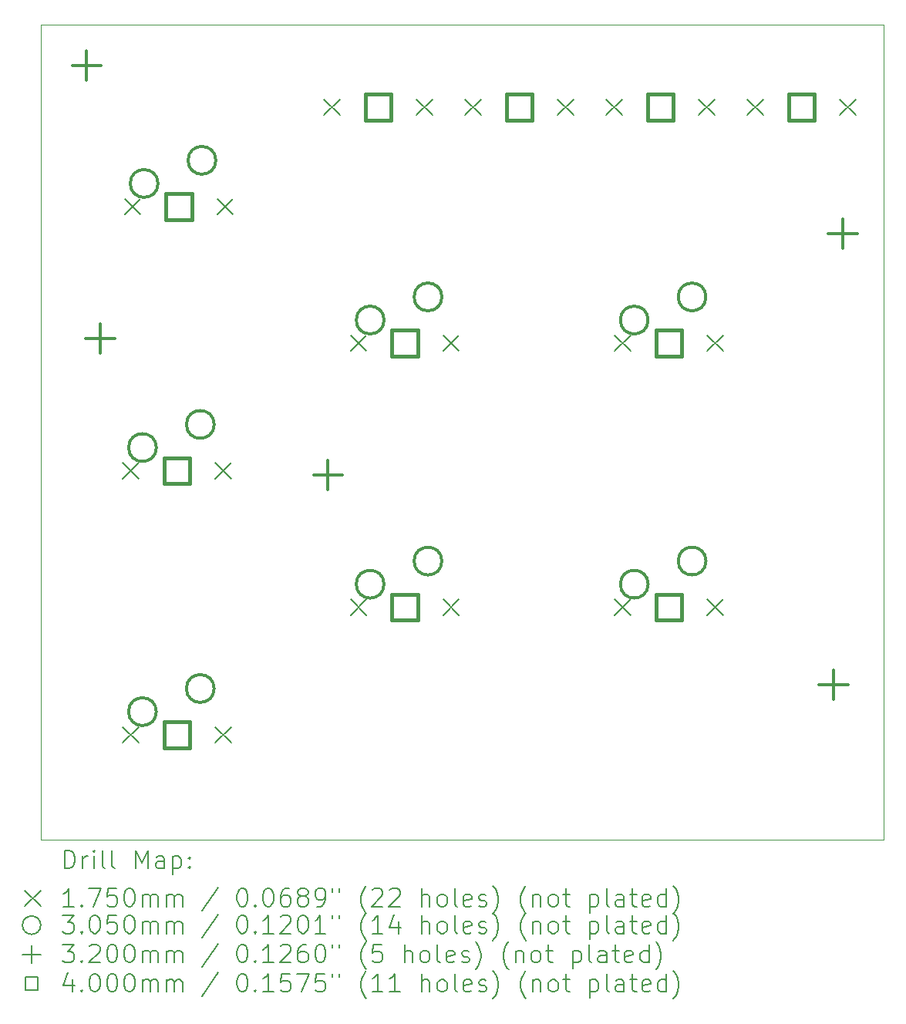
<source format=gbr>
%TF.GenerationSoftware,KiCad,Pcbnew,8.0.4*%
%TF.CreationDate,2024-07-29T15:22:11-07:00*%
%TF.ProjectId,3board_b,33626f61-7264-45f6-922e-6b696361645f,rev?*%
%TF.SameCoordinates,Original*%
%TF.FileFunction,Drillmap*%
%TF.FilePolarity,Positive*%
%FSLAX45Y45*%
G04 Gerber Fmt 4.5, Leading zero omitted, Abs format (unit mm)*
G04 Created by KiCad (PCBNEW 8.0.4) date 2024-07-29 15:22:11*
%MOMM*%
%LPD*%
G01*
G04 APERTURE LIST*
%ADD10C,0.100000*%
%ADD11C,0.200000*%
%ADD12C,0.175000*%
%ADD13C,0.305000*%
%ADD14C,0.320000*%
%ADD15C,0.400000*%
G04 APERTURE END LIST*
D10*
X19476500Y-2000000D02*
X19476500Y-10950000D01*
X10223500Y-10950000D02*
X10223500Y-2000000D01*
X19476500Y-10950000D02*
X10223500Y-10950000D01*
X10223500Y-2000000D02*
X19476500Y-2000000D01*
D11*
D12*
X11121394Y-6812500D02*
X11296394Y-6987500D01*
X11296394Y-6812500D02*
X11121394Y-6987500D01*
X11121394Y-9712500D02*
X11296394Y-9887500D01*
X11296394Y-9712500D02*
X11121394Y-9887500D01*
X11139426Y-3912556D02*
X11314426Y-4087556D01*
X11314426Y-3912556D02*
X11139426Y-4087556D01*
X12137394Y-6812500D02*
X12312394Y-6987500D01*
X12312394Y-6812500D02*
X12137394Y-6987500D01*
X12137394Y-9712500D02*
X12312394Y-9887500D01*
X12312394Y-9712500D02*
X12137394Y-9887500D01*
X12155426Y-3912556D02*
X12330426Y-4087556D01*
X12330426Y-3912556D02*
X12155426Y-4087556D01*
X13328000Y-2820500D02*
X13503000Y-2995500D01*
X13503000Y-2820500D02*
X13328000Y-2995500D01*
X13621394Y-5412500D02*
X13796394Y-5587500D01*
X13796394Y-5412500D02*
X13621394Y-5587500D01*
X13621394Y-8312500D02*
X13796394Y-8487500D01*
X13796394Y-8312500D02*
X13621394Y-8487500D01*
X14344000Y-2820500D02*
X14519000Y-2995500D01*
X14519000Y-2820500D02*
X14344000Y-2995500D01*
X14637394Y-5412500D02*
X14812394Y-5587500D01*
X14812394Y-5412500D02*
X14637394Y-5587500D01*
X14637394Y-8312500D02*
X14812394Y-8487500D01*
X14812394Y-8312500D02*
X14637394Y-8487500D01*
X14878000Y-2820500D02*
X15053000Y-2995500D01*
X15053000Y-2820500D02*
X14878000Y-2995500D01*
X15894000Y-2820500D02*
X16069000Y-2995500D01*
X16069000Y-2820500D02*
X15894000Y-2995500D01*
X16428000Y-2820500D02*
X16603000Y-2995500D01*
X16603000Y-2820500D02*
X16428000Y-2995500D01*
X16521394Y-5412500D02*
X16696394Y-5587500D01*
X16696394Y-5412500D02*
X16521394Y-5587500D01*
X16521394Y-8312500D02*
X16696394Y-8487500D01*
X16696394Y-8312500D02*
X16521394Y-8487500D01*
X17444000Y-2820500D02*
X17619000Y-2995500D01*
X17619000Y-2820500D02*
X17444000Y-2995500D01*
X17537394Y-5412500D02*
X17712394Y-5587500D01*
X17712394Y-5412500D02*
X17537394Y-5587500D01*
X17537394Y-8312500D02*
X17712394Y-8487500D01*
X17712394Y-8312500D02*
X17537394Y-8487500D01*
X17978000Y-2820500D02*
X18153000Y-2995500D01*
X18153000Y-2820500D02*
X17978000Y-2995500D01*
X18994000Y-2820500D02*
X19169000Y-2995500D01*
X19169000Y-2820500D02*
X18994000Y-2995500D01*
D13*
X11488394Y-6646000D02*
G75*
G02*
X11183394Y-6646000I-152500J0D01*
G01*
X11183394Y-6646000D02*
G75*
G02*
X11488394Y-6646000I152500J0D01*
G01*
X11488394Y-9546000D02*
G75*
G02*
X11183394Y-9546000I-152500J0D01*
G01*
X11183394Y-9546000D02*
G75*
G02*
X11488394Y-9546000I152500J0D01*
G01*
X11506426Y-3746056D02*
G75*
G02*
X11201426Y-3746056I-152500J0D01*
G01*
X11201426Y-3746056D02*
G75*
G02*
X11506426Y-3746056I152500J0D01*
G01*
X12123394Y-6392000D02*
G75*
G02*
X11818394Y-6392000I-152500J0D01*
G01*
X11818394Y-6392000D02*
G75*
G02*
X12123394Y-6392000I152500J0D01*
G01*
X12123394Y-9292000D02*
G75*
G02*
X11818394Y-9292000I-152500J0D01*
G01*
X11818394Y-9292000D02*
G75*
G02*
X12123394Y-9292000I152500J0D01*
G01*
X12141426Y-3492056D02*
G75*
G02*
X11836426Y-3492056I-152500J0D01*
G01*
X11836426Y-3492056D02*
G75*
G02*
X12141426Y-3492056I152500J0D01*
G01*
X13988394Y-5246000D02*
G75*
G02*
X13683394Y-5246000I-152500J0D01*
G01*
X13683394Y-5246000D02*
G75*
G02*
X13988394Y-5246000I152500J0D01*
G01*
X13988394Y-8146000D02*
G75*
G02*
X13683394Y-8146000I-152500J0D01*
G01*
X13683394Y-8146000D02*
G75*
G02*
X13988394Y-8146000I152500J0D01*
G01*
X14623394Y-4992000D02*
G75*
G02*
X14318394Y-4992000I-152500J0D01*
G01*
X14318394Y-4992000D02*
G75*
G02*
X14623394Y-4992000I152500J0D01*
G01*
X14623394Y-7892000D02*
G75*
G02*
X14318394Y-7892000I-152500J0D01*
G01*
X14318394Y-7892000D02*
G75*
G02*
X14623394Y-7892000I152500J0D01*
G01*
X16888394Y-5246000D02*
G75*
G02*
X16583394Y-5246000I-152500J0D01*
G01*
X16583394Y-5246000D02*
G75*
G02*
X16888394Y-5246000I152500J0D01*
G01*
X16888394Y-8146000D02*
G75*
G02*
X16583394Y-8146000I-152500J0D01*
G01*
X16583394Y-8146000D02*
G75*
G02*
X16888394Y-8146000I152500J0D01*
G01*
X17523394Y-4992000D02*
G75*
G02*
X17218394Y-4992000I-152500J0D01*
G01*
X17218394Y-4992000D02*
G75*
G02*
X17523394Y-4992000I152500J0D01*
G01*
X17523394Y-7892000D02*
G75*
G02*
X17218394Y-7892000I-152500J0D01*
G01*
X17218394Y-7892000D02*
G75*
G02*
X17523394Y-7892000I152500J0D01*
G01*
D14*
X10723500Y-2290000D02*
X10723500Y-2610000D01*
X10563500Y-2450000D02*
X10883500Y-2450000D01*
X10873500Y-5290000D02*
X10873500Y-5610000D01*
X10713500Y-5450000D02*
X11033500Y-5450000D01*
X13373500Y-6790000D02*
X13373500Y-7110000D01*
X13213500Y-6950000D02*
X13533500Y-6950000D01*
X18923500Y-9090000D02*
X18923500Y-9410000D01*
X18763500Y-9250000D02*
X19083500Y-9250000D01*
X19023500Y-4140000D02*
X19023500Y-4460000D01*
X18863500Y-4300000D02*
X19183500Y-4300000D01*
D15*
X11858317Y-7041423D02*
X11858317Y-6758577D01*
X11575472Y-6758577D01*
X11575472Y-7041423D01*
X11858317Y-7041423D01*
X11858317Y-9941423D02*
X11858317Y-9658577D01*
X11575472Y-9658577D01*
X11575472Y-9941423D01*
X11858317Y-9941423D01*
X11876348Y-4141479D02*
X11876348Y-3858633D01*
X11593503Y-3858633D01*
X11593503Y-4141479D01*
X11876348Y-4141479D01*
X14064923Y-3049423D02*
X14064923Y-2766577D01*
X13782077Y-2766577D01*
X13782077Y-3049423D01*
X14064923Y-3049423D01*
X14358317Y-5641423D02*
X14358317Y-5358577D01*
X14075472Y-5358577D01*
X14075472Y-5641423D01*
X14358317Y-5641423D01*
X14358317Y-8541423D02*
X14358317Y-8258577D01*
X14075472Y-8258577D01*
X14075472Y-8541423D01*
X14358317Y-8541423D01*
X15614923Y-3049423D02*
X15614923Y-2766577D01*
X15332077Y-2766577D01*
X15332077Y-3049423D01*
X15614923Y-3049423D01*
X17164923Y-3049423D02*
X17164923Y-2766577D01*
X16882077Y-2766577D01*
X16882077Y-3049423D01*
X17164923Y-3049423D01*
X17258317Y-5641423D02*
X17258317Y-5358577D01*
X16975472Y-5358577D01*
X16975472Y-5641423D01*
X17258317Y-5641423D01*
X17258317Y-8541423D02*
X17258317Y-8258577D01*
X16975472Y-8258577D01*
X16975472Y-8541423D01*
X17258317Y-8541423D01*
X18714923Y-3049423D02*
X18714923Y-2766577D01*
X18432077Y-2766577D01*
X18432077Y-3049423D01*
X18714923Y-3049423D01*
D11*
X10479277Y-11266484D02*
X10479277Y-11066484D01*
X10479277Y-11066484D02*
X10526896Y-11066484D01*
X10526896Y-11066484D02*
X10555467Y-11076008D01*
X10555467Y-11076008D02*
X10574515Y-11095055D01*
X10574515Y-11095055D02*
X10584039Y-11114103D01*
X10584039Y-11114103D02*
X10593563Y-11152198D01*
X10593563Y-11152198D02*
X10593563Y-11180770D01*
X10593563Y-11180770D02*
X10584039Y-11218865D01*
X10584039Y-11218865D02*
X10574515Y-11237912D01*
X10574515Y-11237912D02*
X10555467Y-11256960D01*
X10555467Y-11256960D02*
X10526896Y-11266484D01*
X10526896Y-11266484D02*
X10479277Y-11266484D01*
X10679277Y-11266484D02*
X10679277Y-11133150D01*
X10679277Y-11171246D02*
X10688801Y-11152198D01*
X10688801Y-11152198D02*
X10698324Y-11142674D01*
X10698324Y-11142674D02*
X10717372Y-11133150D01*
X10717372Y-11133150D02*
X10736420Y-11133150D01*
X10803086Y-11266484D02*
X10803086Y-11133150D01*
X10803086Y-11066484D02*
X10793563Y-11076008D01*
X10793563Y-11076008D02*
X10803086Y-11085531D01*
X10803086Y-11085531D02*
X10812610Y-11076008D01*
X10812610Y-11076008D02*
X10803086Y-11066484D01*
X10803086Y-11066484D02*
X10803086Y-11085531D01*
X10926896Y-11266484D02*
X10907848Y-11256960D01*
X10907848Y-11256960D02*
X10898324Y-11237912D01*
X10898324Y-11237912D02*
X10898324Y-11066484D01*
X11031658Y-11266484D02*
X11012610Y-11256960D01*
X11012610Y-11256960D02*
X11003086Y-11237912D01*
X11003086Y-11237912D02*
X11003086Y-11066484D01*
X11260229Y-11266484D02*
X11260229Y-11066484D01*
X11260229Y-11066484D02*
X11326896Y-11209341D01*
X11326896Y-11209341D02*
X11393562Y-11066484D01*
X11393562Y-11066484D02*
X11393562Y-11266484D01*
X11574515Y-11266484D02*
X11574515Y-11161722D01*
X11574515Y-11161722D02*
X11564991Y-11142674D01*
X11564991Y-11142674D02*
X11545943Y-11133150D01*
X11545943Y-11133150D02*
X11507848Y-11133150D01*
X11507848Y-11133150D02*
X11488801Y-11142674D01*
X11574515Y-11256960D02*
X11555467Y-11266484D01*
X11555467Y-11266484D02*
X11507848Y-11266484D01*
X11507848Y-11266484D02*
X11488801Y-11256960D01*
X11488801Y-11256960D02*
X11479277Y-11237912D01*
X11479277Y-11237912D02*
X11479277Y-11218865D01*
X11479277Y-11218865D02*
X11488801Y-11199817D01*
X11488801Y-11199817D02*
X11507848Y-11190293D01*
X11507848Y-11190293D02*
X11555467Y-11190293D01*
X11555467Y-11190293D02*
X11574515Y-11180770D01*
X11669753Y-11133150D02*
X11669753Y-11333150D01*
X11669753Y-11142674D02*
X11688801Y-11133150D01*
X11688801Y-11133150D02*
X11726896Y-11133150D01*
X11726896Y-11133150D02*
X11745943Y-11142674D01*
X11745943Y-11142674D02*
X11755467Y-11152198D01*
X11755467Y-11152198D02*
X11764991Y-11171246D01*
X11764991Y-11171246D02*
X11764991Y-11228388D01*
X11764991Y-11228388D02*
X11755467Y-11247436D01*
X11755467Y-11247436D02*
X11745943Y-11256960D01*
X11745943Y-11256960D02*
X11726896Y-11266484D01*
X11726896Y-11266484D02*
X11688801Y-11266484D01*
X11688801Y-11266484D02*
X11669753Y-11256960D01*
X11850705Y-11247436D02*
X11860229Y-11256960D01*
X11860229Y-11256960D02*
X11850705Y-11266484D01*
X11850705Y-11266484D02*
X11841182Y-11256960D01*
X11841182Y-11256960D02*
X11850705Y-11247436D01*
X11850705Y-11247436D02*
X11850705Y-11266484D01*
X11850705Y-11142674D02*
X11860229Y-11152198D01*
X11860229Y-11152198D02*
X11850705Y-11161722D01*
X11850705Y-11161722D02*
X11841182Y-11152198D01*
X11841182Y-11152198D02*
X11850705Y-11142674D01*
X11850705Y-11142674D02*
X11850705Y-11161722D01*
D12*
X10043500Y-11507500D02*
X10218500Y-11682500D01*
X10218500Y-11507500D02*
X10043500Y-11682500D01*
D11*
X10584039Y-11686484D02*
X10469753Y-11686484D01*
X10526896Y-11686484D02*
X10526896Y-11486484D01*
X10526896Y-11486484D02*
X10507848Y-11515055D01*
X10507848Y-11515055D02*
X10488801Y-11534103D01*
X10488801Y-11534103D02*
X10469753Y-11543627D01*
X10669753Y-11667436D02*
X10679277Y-11676960D01*
X10679277Y-11676960D02*
X10669753Y-11686484D01*
X10669753Y-11686484D02*
X10660229Y-11676960D01*
X10660229Y-11676960D02*
X10669753Y-11667436D01*
X10669753Y-11667436D02*
X10669753Y-11686484D01*
X10745944Y-11486484D02*
X10879277Y-11486484D01*
X10879277Y-11486484D02*
X10793563Y-11686484D01*
X11050705Y-11486484D02*
X10955467Y-11486484D01*
X10955467Y-11486484D02*
X10945944Y-11581722D01*
X10945944Y-11581722D02*
X10955467Y-11572198D01*
X10955467Y-11572198D02*
X10974515Y-11562674D01*
X10974515Y-11562674D02*
X11022134Y-11562674D01*
X11022134Y-11562674D02*
X11041182Y-11572198D01*
X11041182Y-11572198D02*
X11050705Y-11581722D01*
X11050705Y-11581722D02*
X11060229Y-11600769D01*
X11060229Y-11600769D02*
X11060229Y-11648388D01*
X11060229Y-11648388D02*
X11050705Y-11667436D01*
X11050705Y-11667436D02*
X11041182Y-11676960D01*
X11041182Y-11676960D02*
X11022134Y-11686484D01*
X11022134Y-11686484D02*
X10974515Y-11686484D01*
X10974515Y-11686484D02*
X10955467Y-11676960D01*
X10955467Y-11676960D02*
X10945944Y-11667436D01*
X11184039Y-11486484D02*
X11203086Y-11486484D01*
X11203086Y-11486484D02*
X11222134Y-11496008D01*
X11222134Y-11496008D02*
X11231658Y-11505531D01*
X11231658Y-11505531D02*
X11241182Y-11524579D01*
X11241182Y-11524579D02*
X11250705Y-11562674D01*
X11250705Y-11562674D02*
X11250705Y-11610293D01*
X11250705Y-11610293D02*
X11241182Y-11648388D01*
X11241182Y-11648388D02*
X11231658Y-11667436D01*
X11231658Y-11667436D02*
X11222134Y-11676960D01*
X11222134Y-11676960D02*
X11203086Y-11686484D01*
X11203086Y-11686484D02*
X11184039Y-11686484D01*
X11184039Y-11686484D02*
X11164991Y-11676960D01*
X11164991Y-11676960D02*
X11155467Y-11667436D01*
X11155467Y-11667436D02*
X11145944Y-11648388D01*
X11145944Y-11648388D02*
X11136420Y-11610293D01*
X11136420Y-11610293D02*
X11136420Y-11562674D01*
X11136420Y-11562674D02*
X11145944Y-11524579D01*
X11145944Y-11524579D02*
X11155467Y-11505531D01*
X11155467Y-11505531D02*
X11164991Y-11496008D01*
X11164991Y-11496008D02*
X11184039Y-11486484D01*
X11336420Y-11686484D02*
X11336420Y-11553150D01*
X11336420Y-11572198D02*
X11345943Y-11562674D01*
X11345943Y-11562674D02*
X11364991Y-11553150D01*
X11364991Y-11553150D02*
X11393563Y-11553150D01*
X11393563Y-11553150D02*
X11412610Y-11562674D01*
X11412610Y-11562674D02*
X11422134Y-11581722D01*
X11422134Y-11581722D02*
X11422134Y-11686484D01*
X11422134Y-11581722D02*
X11431658Y-11562674D01*
X11431658Y-11562674D02*
X11450705Y-11553150D01*
X11450705Y-11553150D02*
X11479277Y-11553150D01*
X11479277Y-11553150D02*
X11498324Y-11562674D01*
X11498324Y-11562674D02*
X11507848Y-11581722D01*
X11507848Y-11581722D02*
X11507848Y-11686484D01*
X11603086Y-11686484D02*
X11603086Y-11553150D01*
X11603086Y-11572198D02*
X11612610Y-11562674D01*
X11612610Y-11562674D02*
X11631658Y-11553150D01*
X11631658Y-11553150D02*
X11660229Y-11553150D01*
X11660229Y-11553150D02*
X11679277Y-11562674D01*
X11679277Y-11562674D02*
X11688801Y-11581722D01*
X11688801Y-11581722D02*
X11688801Y-11686484D01*
X11688801Y-11581722D02*
X11698324Y-11562674D01*
X11698324Y-11562674D02*
X11717372Y-11553150D01*
X11717372Y-11553150D02*
X11745943Y-11553150D01*
X11745943Y-11553150D02*
X11764991Y-11562674D01*
X11764991Y-11562674D02*
X11774515Y-11581722D01*
X11774515Y-11581722D02*
X11774515Y-11686484D01*
X12164991Y-11476960D02*
X11993563Y-11734103D01*
X12422134Y-11486484D02*
X12441182Y-11486484D01*
X12441182Y-11486484D02*
X12460229Y-11496008D01*
X12460229Y-11496008D02*
X12469753Y-11505531D01*
X12469753Y-11505531D02*
X12479277Y-11524579D01*
X12479277Y-11524579D02*
X12488801Y-11562674D01*
X12488801Y-11562674D02*
X12488801Y-11610293D01*
X12488801Y-11610293D02*
X12479277Y-11648388D01*
X12479277Y-11648388D02*
X12469753Y-11667436D01*
X12469753Y-11667436D02*
X12460229Y-11676960D01*
X12460229Y-11676960D02*
X12441182Y-11686484D01*
X12441182Y-11686484D02*
X12422134Y-11686484D01*
X12422134Y-11686484D02*
X12403086Y-11676960D01*
X12403086Y-11676960D02*
X12393563Y-11667436D01*
X12393563Y-11667436D02*
X12384039Y-11648388D01*
X12384039Y-11648388D02*
X12374515Y-11610293D01*
X12374515Y-11610293D02*
X12374515Y-11562674D01*
X12374515Y-11562674D02*
X12384039Y-11524579D01*
X12384039Y-11524579D02*
X12393563Y-11505531D01*
X12393563Y-11505531D02*
X12403086Y-11496008D01*
X12403086Y-11496008D02*
X12422134Y-11486484D01*
X12574515Y-11667436D02*
X12584039Y-11676960D01*
X12584039Y-11676960D02*
X12574515Y-11686484D01*
X12574515Y-11686484D02*
X12564991Y-11676960D01*
X12564991Y-11676960D02*
X12574515Y-11667436D01*
X12574515Y-11667436D02*
X12574515Y-11686484D01*
X12707848Y-11486484D02*
X12726896Y-11486484D01*
X12726896Y-11486484D02*
X12745944Y-11496008D01*
X12745944Y-11496008D02*
X12755467Y-11505531D01*
X12755467Y-11505531D02*
X12764991Y-11524579D01*
X12764991Y-11524579D02*
X12774515Y-11562674D01*
X12774515Y-11562674D02*
X12774515Y-11610293D01*
X12774515Y-11610293D02*
X12764991Y-11648388D01*
X12764991Y-11648388D02*
X12755467Y-11667436D01*
X12755467Y-11667436D02*
X12745944Y-11676960D01*
X12745944Y-11676960D02*
X12726896Y-11686484D01*
X12726896Y-11686484D02*
X12707848Y-11686484D01*
X12707848Y-11686484D02*
X12688801Y-11676960D01*
X12688801Y-11676960D02*
X12679277Y-11667436D01*
X12679277Y-11667436D02*
X12669753Y-11648388D01*
X12669753Y-11648388D02*
X12660229Y-11610293D01*
X12660229Y-11610293D02*
X12660229Y-11562674D01*
X12660229Y-11562674D02*
X12669753Y-11524579D01*
X12669753Y-11524579D02*
X12679277Y-11505531D01*
X12679277Y-11505531D02*
X12688801Y-11496008D01*
X12688801Y-11496008D02*
X12707848Y-11486484D01*
X12945944Y-11486484D02*
X12907848Y-11486484D01*
X12907848Y-11486484D02*
X12888801Y-11496008D01*
X12888801Y-11496008D02*
X12879277Y-11505531D01*
X12879277Y-11505531D02*
X12860229Y-11534103D01*
X12860229Y-11534103D02*
X12850706Y-11572198D01*
X12850706Y-11572198D02*
X12850706Y-11648388D01*
X12850706Y-11648388D02*
X12860229Y-11667436D01*
X12860229Y-11667436D02*
X12869753Y-11676960D01*
X12869753Y-11676960D02*
X12888801Y-11686484D01*
X12888801Y-11686484D02*
X12926896Y-11686484D01*
X12926896Y-11686484D02*
X12945944Y-11676960D01*
X12945944Y-11676960D02*
X12955467Y-11667436D01*
X12955467Y-11667436D02*
X12964991Y-11648388D01*
X12964991Y-11648388D02*
X12964991Y-11600769D01*
X12964991Y-11600769D02*
X12955467Y-11581722D01*
X12955467Y-11581722D02*
X12945944Y-11572198D01*
X12945944Y-11572198D02*
X12926896Y-11562674D01*
X12926896Y-11562674D02*
X12888801Y-11562674D01*
X12888801Y-11562674D02*
X12869753Y-11572198D01*
X12869753Y-11572198D02*
X12860229Y-11581722D01*
X12860229Y-11581722D02*
X12850706Y-11600769D01*
X13079277Y-11572198D02*
X13060229Y-11562674D01*
X13060229Y-11562674D02*
X13050706Y-11553150D01*
X13050706Y-11553150D02*
X13041182Y-11534103D01*
X13041182Y-11534103D02*
X13041182Y-11524579D01*
X13041182Y-11524579D02*
X13050706Y-11505531D01*
X13050706Y-11505531D02*
X13060229Y-11496008D01*
X13060229Y-11496008D02*
X13079277Y-11486484D01*
X13079277Y-11486484D02*
X13117372Y-11486484D01*
X13117372Y-11486484D02*
X13136420Y-11496008D01*
X13136420Y-11496008D02*
X13145944Y-11505531D01*
X13145944Y-11505531D02*
X13155467Y-11524579D01*
X13155467Y-11524579D02*
X13155467Y-11534103D01*
X13155467Y-11534103D02*
X13145944Y-11553150D01*
X13145944Y-11553150D02*
X13136420Y-11562674D01*
X13136420Y-11562674D02*
X13117372Y-11572198D01*
X13117372Y-11572198D02*
X13079277Y-11572198D01*
X13079277Y-11572198D02*
X13060229Y-11581722D01*
X13060229Y-11581722D02*
X13050706Y-11591246D01*
X13050706Y-11591246D02*
X13041182Y-11610293D01*
X13041182Y-11610293D02*
X13041182Y-11648388D01*
X13041182Y-11648388D02*
X13050706Y-11667436D01*
X13050706Y-11667436D02*
X13060229Y-11676960D01*
X13060229Y-11676960D02*
X13079277Y-11686484D01*
X13079277Y-11686484D02*
X13117372Y-11686484D01*
X13117372Y-11686484D02*
X13136420Y-11676960D01*
X13136420Y-11676960D02*
X13145944Y-11667436D01*
X13145944Y-11667436D02*
X13155467Y-11648388D01*
X13155467Y-11648388D02*
X13155467Y-11610293D01*
X13155467Y-11610293D02*
X13145944Y-11591246D01*
X13145944Y-11591246D02*
X13136420Y-11581722D01*
X13136420Y-11581722D02*
X13117372Y-11572198D01*
X13250706Y-11686484D02*
X13288801Y-11686484D01*
X13288801Y-11686484D02*
X13307848Y-11676960D01*
X13307848Y-11676960D02*
X13317372Y-11667436D01*
X13317372Y-11667436D02*
X13336420Y-11638865D01*
X13336420Y-11638865D02*
X13345944Y-11600769D01*
X13345944Y-11600769D02*
X13345944Y-11524579D01*
X13345944Y-11524579D02*
X13336420Y-11505531D01*
X13336420Y-11505531D02*
X13326896Y-11496008D01*
X13326896Y-11496008D02*
X13307848Y-11486484D01*
X13307848Y-11486484D02*
X13269753Y-11486484D01*
X13269753Y-11486484D02*
X13250706Y-11496008D01*
X13250706Y-11496008D02*
X13241182Y-11505531D01*
X13241182Y-11505531D02*
X13231658Y-11524579D01*
X13231658Y-11524579D02*
X13231658Y-11572198D01*
X13231658Y-11572198D02*
X13241182Y-11591246D01*
X13241182Y-11591246D02*
X13250706Y-11600769D01*
X13250706Y-11600769D02*
X13269753Y-11610293D01*
X13269753Y-11610293D02*
X13307848Y-11610293D01*
X13307848Y-11610293D02*
X13326896Y-11600769D01*
X13326896Y-11600769D02*
X13336420Y-11591246D01*
X13336420Y-11591246D02*
X13345944Y-11572198D01*
X13422134Y-11486484D02*
X13422134Y-11524579D01*
X13498325Y-11486484D02*
X13498325Y-11524579D01*
X13793563Y-11762674D02*
X13784039Y-11753150D01*
X13784039Y-11753150D02*
X13764991Y-11724579D01*
X13764991Y-11724579D02*
X13755468Y-11705531D01*
X13755468Y-11705531D02*
X13745944Y-11676960D01*
X13745944Y-11676960D02*
X13736420Y-11629341D01*
X13736420Y-11629341D02*
X13736420Y-11591246D01*
X13736420Y-11591246D02*
X13745944Y-11543627D01*
X13745944Y-11543627D02*
X13755468Y-11515055D01*
X13755468Y-11515055D02*
X13764991Y-11496008D01*
X13764991Y-11496008D02*
X13784039Y-11467436D01*
X13784039Y-11467436D02*
X13793563Y-11457912D01*
X13860229Y-11505531D02*
X13869753Y-11496008D01*
X13869753Y-11496008D02*
X13888801Y-11486484D01*
X13888801Y-11486484D02*
X13936420Y-11486484D01*
X13936420Y-11486484D02*
X13955468Y-11496008D01*
X13955468Y-11496008D02*
X13964991Y-11505531D01*
X13964991Y-11505531D02*
X13974515Y-11524579D01*
X13974515Y-11524579D02*
X13974515Y-11543627D01*
X13974515Y-11543627D02*
X13964991Y-11572198D01*
X13964991Y-11572198D02*
X13850706Y-11686484D01*
X13850706Y-11686484D02*
X13974515Y-11686484D01*
X14050706Y-11505531D02*
X14060229Y-11496008D01*
X14060229Y-11496008D02*
X14079277Y-11486484D01*
X14079277Y-11486484D02*
X14126896Y-11486484D01*
X14126896Y-11486484D02*
X14145944Y-11496008D01*
X14145944Y-11496008D02*
X14155468Y-11505531D01*
X14155468Y-11505531D02*
X14164991Y-11524579D01*
X14164991Y-11524579D02*
X14164991Y-11543627D01*
X14164991Y-11543627D02*
X14155468Y-11572198D01*
X14155468Y-11572198D02*
X14041182Y-11686484D01*
X14041182Y-11686484D02*
X14164991Y-11686484D01*
X14403087Y-11686484D02*
X14403087Y-11486484D01*
X14488801Y-11686484D02*
X14488801Y-11581722D01*
X14488801Y-11581722D02*
X14479277Y-11562674D01*
X14479277Y-11562674D02*
X14460230Y-11553150D01*
X14460230Y-11553150D02*
X14431658Y-11553150D01*
X14431658Y-11553150D02*
X14412610Y-11562674D01*
X14412610Y-11562674D02*
X14403087Y-11572198D01*
X14612610Y-11686484D02*
X14593563Y-11676960D01*
X14593563Y-11676960D02*
X14584039Y-11667436D01*
X14584039Y-11667436D02*
X14574515Y-11648388D01*
X14574515Y-11648388D02*
X14574515Y-11591246D01*
X14574515Y-11591246D02*
X14584039Y-11572198D01*
X14584039Y-11572198D02*
X14593563Y-11562674D01*
X14593563Y-11562674D02*
X14612610Y-11553150D01*
X14612610Y-11553150D02*
X14641182Y-11553150D01*
X14641182Y-11553150D02*
X14660230Y-11562674D01*
X14660230Y-11562674D02*
X14669753Y-11572198D01*
X14669753Y-11572198D02*
X14679277Y-11591246D01*
X14679277Y-11591246D02*
X14679277Y-11648388D01*
X14679277Y-11648388D02*
X14669753Y-11667436D01*
X14669753Y-11667436D02*
X14660230Y-11676960D01*
X14660230Y-11676960D02*
X14641182Y-11686484D01*
X14641182Y-11686484D02*
X14612610Y-11686484D01*
X14793563Y-11686484D02*
X14774515Y-11676960D01*
X14774515Y-11676960D02*
X14764991Y-11657912D01*
X14764991Y-11657912D02*
X14764991Y-11486484D01*
X14945944Y-11676960D02*
X14926896Y-11686484D01*
X14926896Y-11686484D02*
X14888801Y-11686484D01*
X14888801Y-11686484D02*
X14869753Y-11676960D01*
X14869753Y-11676960D02*
X14860230Y-11657912D01*
X14860230Y-11657912D02*
X14860230Y-11581722D01*
X14860230Y-11581722D02*
X14869753Y-11562674D01*
X14869753Y-11562674D02*
X14888801Y-11553150D01*
X14888801Y-11553150D02*
X14926896Y-11553150D01*
X14926896Y-11553150D02*
X14945944Y-11562674D01*
X14945944Y-11562674D02*
X14955468Y-11581722D01*
X14955468Y-11581722D02*
X14955468Y-11600769D01*
X14955468Y-11600769D02*
X14860230Y-11619817D01*
X15031658Y-11676960D02*
X15050706Y-11686484D01*
X15050706Y-11686484D02*
X15088801Y-11686484D01*
X15088801Y-11686484D02*
X15107849Y-11676960D01*
X15107849Y-11676960D02*
X15117372Y-11657912D01*
X15117372Y-11657912D02*
X15117372Y-11648388D01*
X15117372Y-11648388D02*
X15107849Y-11629341D01*
X15107849Y-11629341D02*
X15088801Y-11619817D01*
X15088801Y-11619817D02*
X15060230Y-11619817D01*
X15060230Y-11619817D02*
X15041182Y-11610293D01*
X15041182Y-11610293D02*
X15031658Y-11591246D01*
X15031658Y-11591246D02*
X15031658Y-11581722D01*
X15031658Y-11581722D02*
X15041182Y-11562674D01*
X15041182Y-11562674D02*
X15060230Y-11553150D01*
X15060230Y-11553150D02*
X15088801Y-11553150D01*
X15088801Y-11553150D02*
X15107849Y-11562674D01*
X15184039Y-11762674D02*
X15193563Y-11753150D01*
X15193563Y-11753150D02*
X15212611Y-11724579D01*
X15212611Y-11724579D02*
X15222134Y-11705531D01*
X15222134Y-11705531D02*
X15231658Y-11676960D01*
X15231658Y-11676960D02*
X15241182Y-11629341D01*
X15241182Y-11629341D02*
X15241182Y-11591246D01*
X15241182Y-11591246D02*
X15231658Y-11543627D01*
X15231658Y-11543627D02*
X15222134Y-11515055D01*
X15222134Y-11515055D02*
X15212611Y-11496008D01*
X15212611Y-11496008D02*
X15193563Y-11467436D01*
X15193563Y-11467436D02*
X15184039Y-11457912D01*
X15545944Y-11762674D02*
X15536420Y-11753150D01*
X15536420Y-11753150D02*
X15517372Y-11724579D01*
X15517372Y-11724579D02*
X15507849Y-11705531D01*
X15507849Y-11705531D02*
X15498325Y-11676960D01*
X15498325Y-11676960D02*
X15488801Y-11629341D01*
X15488801Y-11629341D02*
X15488801Y-11591246D01*
X15488801Y-11591246D02*
X15498325Y-11543627D01*
X15498325Y-11543627D02*
X15507849Y-11515055D01*
X15507849Y-11515055D02*
X15517372Y-11496008D01*
X15517372Y-11496008D02*
X15536420Y-11467436D01*
X15536420Y-11467436D02*
X15545944Y-11457912D01*
X15622134Y-11553150D02*
X15622134Y-11686484D01*
X15622134Y-11572198D02*
X15631658Y-11562674D01*
X15631658Y-11562674D02*
X15650706Y-11553150D01*
X15650706Y-11553150D02*
X15679277Y-11553150D01*
X15679277Y-11553150D02*
X15698325Y-11562674D01*
X15698325Y-11562674D02*
X15707849Y-11581722D01*
X15707849Y-11581722D02*
X15707849Y-11686484D01*
X15831658Y-11686484D02*
X15812611Y-11676960D01*
X15812611Y-11676960D02*
X15803087Y-11667436D01*
X15803087Y-11667436D02*
X15793563Y-11648388D01*
X15793563Y-11648388D02*
X15793563Y-11591246D01*
X15793563Y-11591246D02*
X15803087Y-11572198D01*
X15803087Y-11572198D02*
X15812611Y-11562674D01*
X15812611Y-11562674D02*
X15831658Y-11553150D01*
X15831658Y-11553150D02*
X15860230Y-11553150D01*
X15860230Y-11553150D02*
X15879277Y-11562674D01*
X15879277Y-11562674D02*
X15888801Y-11572198D01*
X15888801Y-11572198D02*
X15898325Y-11591246D01*
X15898325Y-11591246D02*
X15898325Y-11648388D01*
X15898325Y-11648388D02*
X15888801Y-11667436D01*
X15888801Y-11667436D02*
X15879277Y-11676960D01*
X15879277Y-11676960D02*
X15860230Y-11686484D01*
X15860230Y-11686484D02*
X15831658Y-11686484D01*
X15955468Y-11553150D02*
X16031658Y-11553150D01*
X15984039Y-11486484D02*
X15984039Y-11657912D01*
X15984039Y-11657912D02*
X15993563Y-11676960D01*
X15993563Y-11676960D02*
X16012611Y-11686484D01*
X16012611Y-11686484D02*
X16031658Y-11686484D01*
X16250706Y-11553150D02*
X16250706Y-11753150D01*
X16250706Y-11562674D02*
X16269753Y-11553150D01*
X16269753Y-11553150D02*
X16307849Y-11553150D01*
X16307849Y-11553150D02*
X16326896Y-11562674D01*
X16326896Y-11562674D02*
X16336420Y-11572198D01*
X16336420Y-11572198D02*
X16345944Y-11591246D01*
X16345944Y-11591246D02*
X16345944Y-11648388D01*
X16345944Y-11648388D02*
X16336420Y-11667436D01*
X16336420Y-11667436D02*
X16326896Y-11676960D01*
X16326896Y-11676960D02*
X16307849Y-11686484D01*
X16307849Y-11686484D02*
X16269753Y-11686484D01*
X16269753Y-11686484D02*
X16250706Y-11676960D01*
X16460230Y-11686484D02*
X16441182Y-11676960D01*
X16441182Y-11676960D02*
X16431658Y-11657912D01*
X16431658Y-11657912D02*
X16431658Y-11486484D01*
X16622134Y-11686484D02*
X16622134Y-11581722D01*
X16622134Y-11581722D02*
X16612611Y-11562674D01*
X16612611Y-11562674D02*
X16593563Y-11553150D01*
X16593563Y-11553150D02*
X16555468Y-11553150D01*
X16555468Y-11553150D02*
X16536420Y-11562674D01*
X16622134Y-11676960D02*
X16603087Y-11686484D01*
X16603087Y-11686484D02*
X16555468Y-11686484D01*
X16555468Y-11686484D02*
X16536420Y-11676960D01*
X16536420Y-11676960D02*
X16526896Y-11657912D01*
X16526896Y-11657912D02*
X16526896Y-11638865D01*
X16526896Y-11638865D02*
X16536420Y-11619817D01*
X16536420Y-11619817D02*
X16555468Y-11610293D01*
X16555468Y-11610293D02*
X16603087Y-11610293D01*
X16603087Y-11610293D02*
X16622134Y-11600769D01*
X16688801Y-11553150D02*
X16764992Y-11553150D01*
X16717373Y-11486484D02*
X16717373Y-11657912D01*
X16717373Y-11657912D02*
X16726896Y-11676960D01*
X16726896Y-11676960D02*
X16745944Y-11686484D01*
X16745944Y-11686484D02*
X16764992Y-11686484D01*
X16907849Y-11676960D02*
X16888801Y-11686484D01*
X16888801Y-11686484D02*
X16850706Y-11686484D01*
X16850706Y-11686484D02*
X16831658Y-11676960D01*
X16831658Y-11676960D02*
X16822135Y-11657912D01*
X16822135Y-11657912D02*
X16822135Y-11581722D01*
X16822135Y-11581722D02*
X16831658Y-11562674D01*
X16831658Y-11562674D02*
X16850706Y-11553150D01*
X16850706Y-11553150D02*
X16888801Y-11553150D01*
X16888801Y-11553150D02*
X16907849Y-11562674D01*
X16907849Y-11562674D02*
X16917373Y-11581722D01*
X16917373Y-11581722D02*
X16917373Y-11600769D01*
X16917373Y-11600769D02*
X16822135Y-11619817D01*
X17088801Y-11686484D02*
X17088801Y-11486484D01*
X17088801Y-11676960D02*
X17069754Y-11686484D01*
X17069754Y-11686484D02*
X17031658Y-11686484D01*
X17031658Y-11686484D02*
X17012611Y-11676960D01*
X17012611Y-11676960D02*
X17003087Y-11667436D01*
X17003087Y-11667436D02*
X16993563Y-11648388D01*
X16993563Y-11648388D02*
X16993563Y-11591246D01*
X16993563Y-11591246D02*
X17003087Y-11572198D01*
X17003087Y-11572198D02*
X17012611Y-11562674D01*
X17012611Y-11562674D02*
X17031658Y-11553150D01*
X17031658Y-11553150D02*
X17069754Y-11553150D01*
X17069754Y-11553150D02*
X17088801Y-11562674D01*
X17164992Y-11762674D02*
X17174516Y-11753150D01*
X17174516Y-11753150D02*
X17193563Y-11724579D01*
X17193563Y-11724579D02*
X17203087Y-11705531D01*
X17203087Y-11705531D02*
X17212611Y-11676960D01*
X17212611Y-11676960D02*
X17222135Y-11629341D01*
X17222135Y-11629341D02*
X17222135Y-11591246D01*
X17222135Y-11591246D02*
X17212611Y-11543627D01*
X17212611Y-11543627D02*
X17203087Y-11515055D01*
X17203087Y-11515055D02*
X17193563Y-11496008D01*
X17193563Y-11496008D02*
X17174516Y-11467436D01*
X17174516Y-11467436D02*
X17164992Y-11457912D01*
X10218500Y-11890000D02*
G75*
G02*
X10018500Y-11890000I-100000J0D01*
G01*
X10018500Y-11890000D02*
G75*
G02*
X10218500Y-11890000I100000J0D01*
G01*
X10460229Y-11781484D02*
X10584039Y-11781484D01*
X10584039Y-11781484D02*
X10517372Y-11857674D01*
X10517372Y-11857674D02*
X10545944Y-11857674D01*
X10545944Y-11857674D02*
X10564991Y-11867198D01*
X10564991Y-11867198D02*
X10574515Y-11876722D01*
X10574515Y-11876722D02*
X10584039Y-11895769D01*
X10584039Y-11895769D02*
X10584039Y-11943388D01*
X10584039Y-11943388D02*
X10574515Y-11962436D01*
X10574515Y-11962436D02*
X10564991Y-11971960D01*
X10564991Y-11971960D02*
X10545944Y-11981484D01*
X10545944Y-11981484D02*
X10488801Y-11981484D01*
X10488801Y-11981484D02*
X10469753Y-11971960D01*
X10469753Y-11971960D02*
X10460229Y-11962436D01*
X10669753Y-11962436D02*
X10679277Y-11971960D01*
X10679277Y-11971960D02*
X10669753Y-11981484D01*
X10669753Y-11981484D02*
X10660229Y-11971960D01*
X10660229Y-11971960D02*
X10669753Y-11962436D01*
X10669753Y-11962436D02*
X10669753Y-11981484D01*
X10803086Y-11781484D02*
X10822134Y-11781484D01*
X10822134Y-11781484D02*
X10841182Y-11791008D01*
X10841182Y-11791008D02*
X10850705Y-11800531D01*
X10850705Y-11800531D02*
X10860229Y-11819579D01*
X10860229Y-11819579D02*
X10869753Y-11857674D01*
X10869753Y-11857674D02*
X10869753Y-11905293D01*
X10869753Y-11905293D02*
X10860229Y-11943388D01*
X10860229Y-11943388D02*
X10850705Y-11962436D01*
X10850705Y-11962436D02*
X10841182Y-11971960D01*
X10841182Y-11971960D02*
X10822134Y-11981484D01*
X10822134Y-11981484D02*
X10803086Y-11981484D01*
X10803086Y-11981484D02*
X10784039Y-11971960D01*
X10784039Y-11971960D02*
X10774515Y-11962436D01*
X10774515Y-11962436D02*
X10764991Y-11943388D01*
X10764991Y-11943388D02*
X10755467Y-11905293D01*
X10755467Y-11905293D02*
X10755467Y-11857674D01*
X10755467Y-11857674D02*
X10764991Y-11819579D01*
X10764991Y-11819579D02*
X10774515Y-11800531D01*
X10774515Y-11800531D02*
X10784039Y-11791008D01*
X10784039Y-11791008D02*
X10803086Y-11781484D01*
X11050705Y-11781484D02*
X10955467Y-11781484D01*
X10955467Y-11781484D02*
X10945944Y-11876722D01*
X10945944Y-11876722D02*
X10955467Y-11867198D01*
X10955467Y-11867198D02*
X10974515Y-11857674D01*
X10974515Y-11857674D02*
X11022134Y-11857674D01*
X11022134Y-11857674D02*
X11041182Y-11867198D01*
X11041182Y-11867198D02*
X11050705Y-11876722D01*
X11050705Y-11876722D02*
X11060229Y-11895769D01*
X11060229Y-11895769D02*
X11060229Y-11943388D01*
X11060229Y-11943388D02*
X11050705Y-11962436D01*
X11050705Y-11962436D02*
X11041182Y-11971960D01*
X11041182Y-11971960D02*
X11022134Y-11981484D01*
X11022134Y-11981484D02*
X10974515Y-11981484D01*
X10974515Y-11981484D02*
X10955467Y-11971960D01*
X10955467Y-11971960D02*
X10945944Y-11962436D01*
X11184039Y-11781484D02*
X11203086Y-11781484D01*
X11203086Y-11781484D02*
X11222134Y-11791008D01*
X11222134Y-11791008D02*
X11231658Y-11800531D01*
X11231658Y-11800531D02*
X11241182Y-11819579D01*
X11241182Y-11819579D02*
X11250705Y-11857674D01*
X11250705Y-11857674D02*
X11250705Y-11905293D01*
X11250705Y-11905293D02*
X11241182Y-11943388D01*
X11241182Y-11943388D02*
X11231658Y-11962436D01*
X11231658Y-11962436D02*
X11222134Y-11971960D01*
X11222134Y-11971960D02*
X11203086Y-11981484D01*
X11203086Y-11981484D02*
X11184039Y-11981484D01*
X11184039Y-11981484D02*
X11164991Y-11971960D01*
X11164991Y-11971960D02*
X11155467Y-11962436D01*
X11155467Y-11962436D02*
X11145944Y-11943388D01*
X11145944Y-11943388D02*
X11136420Y-11905293D01*
X11136420Y-11905293D02*
X11136420Y-11857674D01*
X11136420Y-11857674D02*
X11145944Y-11819579D01*
X11145944Y-11819579D02*
X11155467Y-11800531D01*
X11155467Y-11800531D02*
X11164991Y-11791008D01*
X11164991Y-11791008D02*
X11184039Y-11781484D01*
X11336420Y-11981484D02*
X11336420Y-11848150D01*
X11336420Y-11867198D02*
X11345943Y-11857674D01*
X11345943Y-11857674D02*
X11364991Y-11848150D01*
X11364991Y-11848150D02*
X11393563Y-11848150D01*
X11393563Y-11848150D02*
X11412610Y-11857674D01*
X11412610Y-11857674D02*
X11422134Y-11876722D01*
X11422134Y-11876722D02*
X11422134Y-11981484D01*
X11422134Y-11876722D02*
X11431658Y-11857674D01*
X11431658Y-11857674D02*
X11450705Y-11848150D01*
X11450705Y-11848150D02*
X11479277Y-11848150D01*
X11479277Y-11848150D02*
X11498324Y-11857674D01*
X11498324Y-11857674D02*
X11507848Y-11876722D01*
X11507848Y-11876722D02*
X11507848Y-11981484D01*
X11603086Y-11981484D02*
X11603086Y-11848150D01*
X11603086Y-11867198D02*
X11612610Y-11857674D01*
X11612610Y-11857674D02*
X11631658Y-11848150D01*
X11631658Y-11848150D02*
X11660229Y-11848150D01*
X11660229Y-11848150D02*
X11679277Y-11857674D01*
X11679277Y-11857674D02*
X11688801Y-11876722D01*
X11688801Y-11876722D02*
X11688801Y-11981484D01*
X11688801Y-11876722D02*
X11698324Y-11857674D01*
X11698324Y-11857674D02*
X11717372Y-11848150D01*
X11717372Y-11848150D02*
X11745943Y-11848150D01*
X11745943Y-11848150D02*
X11764991Y-11857674D01*
X11764991Y-11857674D02*
X11774515Y-11876722D01*
X11774515Y-11876722D02*
X11774515Y-11981484D01*
X12164991Y-11771960D02*
X11993563Y-12029103D01*
X12422134Y-11781484D02*
X12441182Y-11781484D01*
X12441182Y-11781484D02*
X12460229Y-11791008D01*
X12460229Y-11791008D02*
X12469753Y-11800531D01*
X12469753Y-11800531D02*
X12479277Y-11819579D01*
X12479277Y-11819579D02*
X12488801Y-11857674D01*
X12488801Y-11857674D02*
X12488801Y-11905293D01*
X12488801Y-11905293D02*
X12479277Y-11943388D01*
X12479277Y-11943388D02*
X12469753Y-11962436D01*
X12469753Y-11962436D02*
X12460229Y-11971960D01*
X12460229Y-11971960D02*
X12441182Y-11981484D01*
X12441182Y-11981484D02*
X12422134Y-11981484D01*
X12422134Y-11981484D02*
X12403086Y-11971960D01*
X12403086Y-11971960D02*
X12393563Y-11962436D01*
X12393563Y-11962436D02*
X12384039Y-11943388D01*
X12384039Y-11943388D02*
X12374515Y-11905293D01*
X12374515Y-11905293D02*
X12374515Y-11857674D01*
X12374515Y-11857674D02*
X12384039Y-11819579D01*
X12384039Y-11819579D02*
X12393563Y-11800531D01*
X12393563Y-11800531D02*
X12403086Y-11791008D01*
X12403086Y-11791008D02*
X12422134Y-11781484D01*
X12574515Y-11962436D02*
X12584039Y-11971960D01*
X12584039Y-11971960D02*
X12574515Y-11981484D01*
X12574515Y-11981484D02*
X12564991Y-11971960D01*
X12564991Y-11971960D02*
X12574515Y-11962436D01*
X12574515Y-11962436D02*
X12574515Y-11981484D01*
X12774515Y-11981484D02*
X12660229Y-11981484D01*
X12717372Y-11981484D02*
X12717372Y-11781484D01*
X12717372Y-11781484D02*
X12698325Y-11810055D01*
X12698325Y-11810055D02*
X12679277Y-11829103D01*
X12679277Y-11829103D02*
X12660229Y-11838627D01*
X12850706Y-11800531D02*
X12860229Y-11791008D01*
X12860229Y-11791008D02*
X12879277Y-11781484D01*
X12879277Y-11781484D02*
X12926896Y-11781484D01*
X12926896Y-11781484D02*
X12945944Y-11791008D01*
X12945944Y-11791008D02*
X12955467Y-11800531D01*
X12955467Y-11800531D02*
X12964991Y-11819579D01*
X12964991Y-11819579D02*
X12964991Y-11838627D01*
X12964991Y-11838627D02*
X12955467Y-11867198D01*
X12955467Y-11867198D02*
X12841182Y-11981484D01*
X12841182Y-11981484D02*
X12964991Y-11981484D01*
X13088801Y-11781484D02*
X13107848Y-11781484D01*
X13107848Y-11781484D02*
X13126896Y-11791008D01*
X13126896Y-11791008D02*
X13136420Y-11800531D01*
X13136420Y-11800531D02*
X13145944Y-11819579D01*
X13145944Y-11819579D02*
X13155467Y-11857674D01*
X13155467Y-11857674D02*
X13155467Y-11905293D01*
X13155467Y-11905293D02*
X13145944Y-11943388D01*
X13145944Y-11943388D02*
X13136420Y-11962436D01*
X13136420Y-11962436D02*
X13126896Y-11971960D01*
X13126896Y-11971960D02*
X13107848Y-11981484D01*
X13107848Y-11981484D02*
X13088801Y-11981484D01*
X13088801Y-11981484D02*
X13069753Y-11971960D01*
X13069753Y-11971960D02*
X13060229Y-11962436D01*
X13060229Y-11962436D02*
X13050706Y-11943388D01*
X13050706Y-11943388D02*
X13041182Y-11905293D01*
X13041182Y-11905293D02*
X13041182Y-11857674D01*
X13041182Y-11857674D02*
X13050706Y-11819579D01*
X13050706Y-11819579D02*
X13060229Y-11800531D01*
X13060229Y-11800531D02*
X13069753Y-11791008D01*
X13069753Y-11791008D02*
X13088801Y-11781484D01*
X13345944Y-11981484D02*
X13231658Y-11981484D01*
X13288801Y-11981484D02*
X13288801Y-11781484D01*
X13288801Y-11781484D02*
X13269753Y-11810055D01*
X13269753Y-11810055D02*
X13250706Y-11829103D01*
X13250706Y-11829103D02*
X13231658Y-11838627D01*
X13422134Y-11781484D02*
X13422134Y-11819579D01*
X13498325Y-11781484D02*
X13498325Y-11819579D01*
X13793563Y-12057674D02*
X13784039Y-12048150D01*
X13784039Y-12048150D02*
X13764991Y-12019579D01*
X13764991Y-12019579D02*
X13755468Y-12000531D01*
X13755468Y-12000531D02*
X13745944Y-11971960D01*
X13745944Y-11971960D02*
X13736420Y-11924341D01*
X13736420Y-11924341D02*
X13736420Y-11886246D01*
X13736420Y-11886246D02*
X13745944Y-11838627D01*
X13745944Y-11838627D02*
X13755468Y-11810055D01*
X13755468Y-11810055D02*
X13764991Y-11791008D01*
X13764991Y-11791008D02*
X13784039Y-11762436D01*
X13784039Y-11762436D02*
X13793563Y-11752912D01*
X13974515Y-11981484D02*
X13860229Y-11981484D01*
X13917372Y-11981484D02*
X13917372Y-11781484D01*
X13917372Y-11781484D02*
X13898325Y-11810055D01*
X13898325Y-11810055D02*
X13879277Y-11829103D01*
X13879277Y-11829103D02*
X13860229Y-11838627D01*
X14145944Y-11848150D02*
X14145944Y-11981484D01*
X14098325Y-11771960D02*
X14050706Y-11914817D01*
X14050706Y-11914817D02*
X14174515Y-11914817D01*
X14403087Y-11981484D02*
X14403087Y-11781484D01*
X14488801Y-11981484D02*
X14488801Y-11876722D01*
X14488801Y-11876722D02*
X14479277Y-11857674D01*
X14479277Y-11857674D02*
X14460230Y-11848150D01*
X14460230Y-11848150D02*
X14431658Y-11848150D01*
X14431658Y-11848150D02*
X14412610Y-11857674D01*
X14412610Y-11857674D02*
X14403087Y-11867198D01*
X14612610Y-11981484D02*
X14593563Y-11971960D01*
X14593563Y-11971960D02*
X14584039Y-11962436D01*
X14584039Y-11962436D02*
X14574515Y-11943388D01*
X14574515Y-11943388D02*
X14574515Y-11886246D01*
X14574515Y-11886246D02*
X14584039Y-11867198D01*
X14584039Y-11867198D02*
X14593563Y-11857674D01*
X14593563Y-11857674D02*
X14612610Y-11848150D01*
X14612610Y-11848150D02*
X14641182Y-11848150D01*
X14641182Y-11848150D02*
X14660230Y-11857674D01*
X14660230Y-11857674D02*
X14669753Y-11867198D01*
X14669753Y-11867198D02*
X14679277Y-11886246D01*
X14679277Y-11886246D02*
X14679277Y-11943388D01*
X14679277Y-11943388D02*
X14669753Y-11962436D01*
X14669753Y-11962436D02*
X14660230Y-11971960D01*
X14660230Y-11971960D02*
X14641182Y-11981484D01*
X14641182Y-11981484D02*
X14612610Y-11981484D01*
X14793563Y-11981484D02*
X14774515Y-11971960D01*
X14774515Y-11971960D02*
X14764991Y-11952912D01*
X14764991Y-11952912D02*
X14764991Y-11781484D01*
X14945944Y-11971960D02*
X14926896Y-11981484D01*
X14926896Y-11981484D02*
X14888801Y-11981484D01*
X14888801Y-11981484D02*
X14869753Y-11971960D01*
X14869753Y-11971960D02*
X14860230Y-11952912D01*
X14860230Y-11952912D02*
X14860230Y-11876722D01*
X14860230Y-11876722D02*
X14869753Y-11857674D01*
X14869753Y-11857674D02*
X14888801Y-11848150D01*
X14888801Y-11848150D02*
X14926896Y-11848150D01*
X14926896Y-11848150D02*
X14945944Y-11857674D01*
X14945944Y-11857674D02*
X14955468Y-11876722D01*
X14955468Y-11876722D02*
X14955468Y-11895769D01*
X14955468Y-11895769D02*
X14860230Y-11914817D01*
X15031658Y-11971960D02*
X15050706Y-11981484D01*
X15050706Y-11981484D02*
X15088801Y-11981484D01*
X15088801Y-11981484D02*
X15107849Y-11971960D01*
X15107849Y-11971960D02*
X15117372Y-11952912D01*
X15117372Y-11952912D02*
X15117372Y-11943388D01*
X15117372Y-11943388D02*
X15107849Y-11924341D01*
X15107849Y-11924341D02*
X15088801Y-11914817D01*
X15088801Y-11914817D02*
X15060230Y-11914817D01*
X15060230Y-11914817D02*
X15041182Y-11905293D01*
X15041182Y-11905293D02*
X15031658Y-11886246D01*
X15031658Y-11886246D02*
X15031658Y-11876722D01*
X15031658Y-11876722D02*
X15041182Y-11857674D01*
X15041182Y-11857674D02*
X15060230Y-11848150D01*
X15060230Y-11848150D02*
X15088801Y-11848150D01*
X15088801Y-11848150D02*
X15107849Y-11857674D01*
X15184039Y-12057674D02*
X15193563Y-12048150D01*
X15193563Y-12048150D02*
X15212611Y-12019579D01*
X15212611Y-12019579D02*
X15222134Y-12000531D01*
X15222134Y-12000531D02*
X15231658Y-11971960D01*
X15231658Y-11971960D02*
X15241182Y-11924341D01*
X15241182Y-11924341D02*
X15241182Y-11886246D01*
X15241182Y-11886246D02*
X15231658Y-11838627D01*
X15231658Y-11838627D02*
X15222134Y-11810055D01*
X15222134Y-11810055D02*
X15212611Y-11791008D01*
X15212611Y-11791008D02*
X15193563Y-11762436D01*
X15193563Y-11762436D02*
X15184039Y-11752912D01*
X15545944Y-12057674D02*
X15536420Y-12048150D01*
X15536420Y-12048150D02*
X15517372Y-12019579D01*
X15517372Y-12019579D02*
X15507849Y-12000531D01*
X15507849Y-12000531D02*
X15498325Y-11971960D01*
X15498325Y-11971960D02*
X15488801Y-11924341D01*
X15488801Y-11924341D02*
X15488801Y-11886246D01*
X15488801Y-11886246D02*
X15498325Y-11838627D01*
X15498325Y-11838627D02*
X15507849Y-11810055D01*
X15507849Y-11810055D02*
X15517372Y-11791008D01*
X15517372Y-11791008D02*
X15536420Y-11762436D01*
X15536420Y-11762436D02*
X15545944Y-11752912D01*
X15622134Y-11848150D02*
X15622134Y-11981484D01*
X15622134Y-11867198D02*
X15631658Y-11857674D01*
X15631658Y-11857674D02*
X15650706Y-11848150D01*
X15650706Y-11848150D02*
X15679277Y-11848150D01*
X15679277Y-11848150D02*
X15698325Y-11857674D01*
X15698325Y-11857674D02*
X15707849Y-11876722D01*
X15707849Y-11876722D02*
X15707849Y-11981484D01*
X15831658Y-11981484D02*
X15812611Y-11971960D01*
X15812611Y-11971960D02*
X15803087Y-11962436D01*
X15803087Y-11962436D02*
X15793563Y-11943388D01*
X15793563Y-11943388D02*
X15793563Y-11886246D01*
X15793563Y-11886246D02*
X15803087Y-11867198D01*
X15803087Y-11867198D02*
X15812611Y-11857674D01*
X15812611Y-11857674D02*
X15831658Y-11848150D01*
X15831658Y-11848150D02*
X15860230Y-11848150D01*
X15860230Y-11848150D02*
X15879277Y-11857674D01*
X15879277Y-11857674D02*
X15888801Y-11867198D01*
X15888801Y-11867198D02*
X15898325Y-11886246D01*
X15898325Y-11886246D02*
X15898325Y-11943388D01*
X15898325Y-11943388D02*
X15888801Y-11962436D01*
X15888801Y-11962436D02*
X15879277Y-11971960D01*
X15879277Y-11971960D02*
X15860230Y-11981484D01*
X15860230Y-11981484D02*
X15831658Y-11981484D01*
X15955468Y-11848150D02*
X16031658Y-11848150D01*
X15984039Y-11781484D02*
X15984039Y-11952912D01*
X15984039Y-11952912D02*
X15993563Y-11971960D01*
X15993563Y-11971960D02*
X16012611Y-11981484D01*
X16012611Y-11981484D02*
X16031658Y-11981484D01*
X16250706Y-11848150D02*
X16250706Y-12048150D01*
X16250706Y-11857674D02*
X16269753Y-11848150D01*
X16269753Y-11848150D02*
X16307849Y-11848150D01*
X16307849Y-11848150D02*
X16326896Y-11857674D01*
X16326896Y-11857674D02*
X16336420Y-11867198D01*
X16336420Y-11867198D02*
X16345944Y-11886246D01*
X16345944Y-11886246D02*
X16345944Y-11943388D01*
X16345944Y-11943388D02*
X16336420Y-11962436D01*
X16336420Y-11962436D02*
X16326896Y-11971960D01*
X16326896Y-11971960D02*
X16307849Y-11981484D01*
X16307849Y-11981484D02*
X16269753Y-11981484D01*
X16269753Y-11981484D02*
X16250706Y-11971960D01*
X16460230Y-11981484D02*
X16441182Y-11971960D01*
X16441182Y-11971960D02*
X16431658Y-11952912D01*
X16431658Y-11952912D02*
X16431658Y-11781484D01*
X16622134Y-11981484D02*
X16622134Y-11876722D01*
X16622134Y-11876722D02*
X16612611Y-11857674D01*
X16612611Y-11857674D02*
X16593563Y-11848150D01*
X16593563Y-11848150D02*
X16555468Y-11848150D01*
X16555468Y-11848150D02*
X16536420Y-11857674D01*
X16622134Y-11971960D02*
X16603087Y-11981484D01*
X16603087Y-11981484D02*
X16555468Y-11981484D01*
X16555468Y-11981484D02*
X16536420Y-11971960D01*
X16536420Y-11971960D02*
X16526896Y-11952912D01*
X16526896Y-11952912D02*
X16526896Y-11933865D01*
X16526896Y-11933865D02*
X16536420Y-11914817D01*
X16536420Y-11914817D02*
X16555468Y-11905293D01*
X16555468Y-11905293D02*
X16603087Y-11905293D01*
X16603087Y-11905293D02*
X16622134Y-11895769D01*
X16688801Y-11848150D02*
X16764992Y-11848150D01*
X16717373Y-11781484D02*
X16717373Y-11952912D01*
X16717373Y-11952912D02*
X16726896Y-11971960D01*
X16726896Y-11971960D02*
X16745944Y-11981484D01*
X16745944Y-11981484D02*
X16764992Y-11981484D01*
X16907849Y-11971960D02*
X16888801Y-11981484D01*
X16888801Y-11981484D02*
X16850706Y-11981484D01*
X16850706Y-11981484D02*
X16831658Y-11971960D01*
X16831658Y-11971960D02*
X16822135Y-11952912D01*
X16822135Y-11952912D02*
X16822135Y-11876722D01*
X16822135Y-11876722D02*
X16831658Y-11857674D01*
X16831658Y-11857674D02*
X16850706Y-11848150D01*
X16850706Y-11848150D02*
X16888801Y-11848150D01*
X16888801Y-11848150D02*
X16907849Y-11857674D01*
X16907849Y-11857674D02*
X16917373Y-11876722D01*
X16917373Y-11876722D02*
X16917373Y-11895769D01*
X16917373Y-11895769D02*
X16822135Y-11914817D01*
X17088801Y-11981484D02*
X17088801Y-11781484D01*
X17088801Y-11971960D02*
X17069754Y-11981484D01*
X17069754Y-11981484D02*
X17031658Y-11981484D01*
X17031658Y-11981484D02*
X17012611Y-11971960D01*
X17012611Y-11971960D02*
X17003087Y-11962436D01*
X17003087Y-11962436D02*
X16993563Y-11943388D01*
X16993563Y-11943388D02*
X16993563Y-11886246D01*
X16993563Y-11886246D02*
X17003087Y-11867198D01*
X17003087Y-11867198D02*
X17012611Y-11857674D01*
X17012611Y-11857674D02*
X17031658Y-11848150D01*
X17031658Y-11848150D02*
X17069754Y-11848150D01*
X17069754Y-11848150D02*
X17088801Y-11857674D01*
X17164992Y-12057674D02*
X17174516Y-12048150D01*
X17174516Y-12048150D02*
X17193563Y-12019579D01*
X17193563Y-12019579D02*
X17203087Y-12000531D01*
X17203087Y-12000531D02*
X17212611Y-11971960D01*
X17212611Y-11971960D02*
X17222135Y-11924341D01*
X17222135Y-11924341D02*
X17222135Y-11886246D01*
X17222135Y-11886246D02*
X17212611Y-11838627D01*
X17212611Y-11838627D02*
X17203087Y-11810055D01*
X17203087Y-11810055D02*
X17193563Y-11791008D01*
X17193563Y-11791008D02*
X17174516Y-11762436D01*
X17174516Y-11762436D02*
X17164992Y-11752912D01*
X10118500Y-12110000D02*
X10118500Y-12310000D01*
X10018500Y-12210000D02*
X10218500Y-12210000D01*
X10460229Y-12101484D02*
X10584039Y-12101484D01*
X10584039Y-12101484D02*
X10517372Y-12177674D01*
X10517372Y-12177674D02*
X10545944Y-12177674D01*
X10545944Y-12177674D02*
X10564991Y-12187198D01*
X10564991Y-12187198D02*
X10574515Y-12196722D01*
X10574515Y-12196722D02*
X10584039Y-12215769D01*
X10584039Y-12215769D02*
X10584039Y-12263388D01*
X10584039Y-12263388D02*
X10574515Y-12282436D01*
X10574515Y-12282436D02*
X10564991Y-12291960D01*
X10564991Y-12291960D02*
X10545944Y-12301484D01*
X10545944Y-12301484D02*
X10488801Y-12301484D01*
X10488801Y-12301484D02*
X10469753Y-12291960D01*
X10469753Y-12291960D02*
X10460229Y-12282436D01*
X10669753Y-12282436D02*
X10679277Y-12291960D01*
X10679277Y-12291960D02*
X10669753Y-12301484D01*
X10669753Y-12301484D02*
X10660229Y-12291960D01*
X10660229Y-12291960D02*
X10669753Y-12282436D01*
X10669753Y-12282436D02*
X10669753Y-12301484D01*
X10755467Y-12120531D02*
X10764991Y-12111008D01*
X10764991Y-12111008D02*
X10784039Y-12101484D01*
X10784039Y-12101484D02*
X10831658Y-12101484D01*
X10831658Y-12101484D02*
X10850705Y-12111008D01*
X10850705Y-12111008D02*
X10860229Y-12120531D01*
X10860229Y-12120531D02*
X10869753Y-12139579D01*
X10869753Y-12139579D02*
X10869753Y-12158627D01*
X10869753Y-12158627D02*
X10860229Y-12187198D01*
X10860229Y-12187198D02*
X10745944Y-12301484D01*
X10745944Y-12301484D02*
X10869753Y-12301484D01*
X10993563Y-12101484D02*
X11012610Y-12101484D01*
X11012610Y-12101484D02*
X11031658Y-12111008D01*
X11031658Y-12111008D02*
X11041182Y-12120531D01*
X11041182Y-12120531D02*
X11050705Y-12139579D01*
X11050705Y-12139579D02*
X11060229Y-12177674D01*
X11060229Y-12177674D02*
X11060229Y-12225293D01*
X11060229Y-12225293D02*
X11050705Y-12263388D01*
X11050705Y-12263388D02*
X11041182Y-12282436D01*
X11041182Y-12282436D02*
X11031658Y-12291960D01*
X11031658Y-12291960D02*
X11012610Y-12301484D01*
X11012610Y-12301484D02*
X10993563Y-12301484D01*
X10993563Y-12301484D02*
X10974515Y-12291960D01*
X10974515Y-12291960D02*
X10964991Y-12282436D01*
X10964991Y-12282436D02*
X10955467Y-12263388D01*
X10955467Y-12263388D02*
X10945944Y-12225293D01*
X10945944Y-12225293D02*
X10945944Y-12177674D01*
X10945944Y-12177674D02*
X10955467Y-12139579D01*
X10955467Y-12139579D02*
X10964991Y-12120531D01*
X10964991Y-12120531D02*
X10974515Y-12111008D01*
X10974515Y-12111008D02*
X10993563Y-12101484D01*
X11184039Y-12101484D02*
X11203086Y-12101484D01*
X11203086Y-12101484D02*
X11222134Y-12111008D01*
X11222134Y-12111008D02*
X11231658Y-12120531D01*
X11231658Y-12120531D02*
X11241182Y-12139579D01*
X11241182Y-12139579D02*
X11250705Y-12177674D01*
X11250705Y-12177674D02*
X11250705Y-12225293D01*
X11250705Y-12225293D02*
X11241182Y-12263388D01*
X11241182Y-12263388D02*
X11231658Y-12282436D01*
X11231658Y-12282436D02*
X11222134Y-12291960D01*
X11222134Y-12291960D02*
X11203086Y-12301484D01*
X11203086Y-12301484D02*
X11184039Y-12301484D01*
X11184039Y-12301484D02*
X11164991Y-12291960D01*
X11164991Y-12291960D02*
X11155467Y-12282436D01*
X11155467Y-12282436D02*
X11145944Y-12263388D01*
X11145944Y-12263388D02*
X11136420Y-12225293D01*
X11136420Y-12225293D02*
X11136420Y-12177674D01*
X11136420Y-12177674D02*
X11145944Y-12139579D01*
X11145944Y-12139579D02*
X11155467Y-12120531D01*
X11155467Y-12120531D02*
X11164991Y-12111008D01*
X11164991Y-12111008D02*
X11184039Y-12101484D01*
X11336420Y-12301484D02*
X11336420Y-12168150D01*
X11336420Y-12187198D02*
X11345943Y-12177674D01*
X11345943Y-12177674D02*
X11364991Y-12168150D01*
X11364991Y-12168150D02*
X11393563Y-12168150D01*
X11393563Y-12168150D02*
X11412610Y-12177674D01*
X11412610Y-12177674D02*
X11422134Y-12196722D01*
X11422134Y-12196722D02*
X11422134Y-12301484D01*
X11422134Y-12196722D02*
X11431658Y-12177674D01*
X11431658Y-12177674D02*
X11450705Y-12168150D01*
X11450705Y-12168150D02*
X11479277Y-12168150D01*
X11479277Y-12168150D02*
X11498324Y-12177674D01*
X11498324Y-12177674D02*
X11507848Y-12196722D01*
X11507848Y-12196722D02*
X11507848Y-12301484D01*
X11603086Y-12301484D02*
X11603086Y-12168150D01*
X11603086Y-12187198D02*
X11612610Y-12177674D01*
X11612610Y-12177674D02*
X11631658Y-12168150D01*
X11631658Y-12168150D02*
X11660229Y-12168150D01*
X11660229Y-12168150D02*
X11679277Y-12177674D01*
X11679277Y-12177674D02*
X11688801Y-12196722D01*
X11688801Y-12196722D02*
X11688801Y-12301484D01*
X11688801Y-12196722D02*
X11698324Y-12177674D01*
X11698324Y-12177674D02*
X11717372Y-12168150D01*
X11717372Y-12168150D02*
X11745943Y-12168150D01*
X11745943Y-12168150D02*
X11764991Y-12177674D01*
X11764991Y-12177674D02*
X11774515Y-12196722D01*
X11774515Y-12196722D02*
X11774515Y-12301484D01*
X12164991Y-12091960D02*
X11993563Y-12349103D01*
X12422134Y-12101484D02*
X12441182Y-12101484D01*
X12441182Y-12101484D02*
X12460229Y-12111008D01*
X12460229Y-12111008D02*
X12469753Y-12120531D01*
X12469753Y-12120531D02*
X12479277Y-12139579D01*
X12479277Y-12139579D02*
X12488801Y-12177674D01*
X12488801Y-12177674D02*
X12488801Y-12225293D01*
X12488801Y-12225293D02*
X12479277Y-12263388D01*
X12479277Y-12263388D02*
X12469753Y-12282436D01*
X12469753Y-12282436D02*
X12460229Y-12291960D01*
X12460229Y-12291960D02*
X12441182Y-12301484D01*
X12441182Y-12301484D02*
X12422134Y-12301484D01*
X12422134Y-12301484D02*
X12403086Y-12291960D01*
X12403086Y-12291960D02*
X12393563Y-12282436D01*
X12393563Y-12282436D02*
X12384039Y-12263388D01*
X12384039Y-12263388D02*
X12374515Y-12225293D01*
X12374515Y-12225293D02*
X12374515Y-12177674D01*
X12374515Y-12177674D02*
X12384039Y-12139579D01*
X12384039Y-12139579D02*
X12393563Y-12120531D01*
X12393563Y-12120531D02*
X12403086Y-12111008D01*
X12403086Y-12111008D02*
X12422134Y-12101484D01*
X12574515Y-12282436D02*
X12584039Y-12291960D01*
X12584039Y-12291960D02*
X12574515Y-12301484D01*
X12574515Y-12301484D02*
X12564991Y-12291960D01*
X12564991Y-12291960D02*
X12574515Y-12282436D01*
X12574515Y-12282436D02*
X12574515Y-12301484D01*
X12774515Y-12301484D02*
X12660229Y-12301484D01*
X12717372Y-12301484D02*
X12717372Y-12101484D01*
X12717372Y-12101484D02*
X12698325Y-12130055D01*
X12698325Y-12130055D02*
X12679277Y-12149103D01*
X12679277Y-12149103D02*
X12660229Y-12158627D01*
X12850706Y-12120531D02*
X12860229Y-12111008D01*
X12860229Y-12111008D02*
X12879277Y-12101484D01*
X12879277Y-12101484D02*
X12926896Y-12101484D01*
X12926896Y-12101484D02*
X12945944Y-12111008D01*
X12945944Y-12111008D02*
X12955467Y-12120531D01*
X12955467Y-12120531D02*
X12964991Y-12139579D01*
X12964991Y-12139579D02*
X12964991Y-12158627D01*
X12964991Y-12158627D02*
X12955467Y-12187198D01*
X12955467Y-12187198D02*
X12841182Y-12301484D01*
X12841182Y-12301484D02*
X12964991Y-12301484D01*
X13136420Y-12101484D02*
X13098325Y-12101484D01*
X13098325Y-12101484D02*
X13079277Y-12111008D01*
X13079277Y-12111008D02*
X13069753Y-12120531D01*
X13069753Y-12120531D02*
X13050706Y-12149103D01*
X13050706Y-12149103D02*
X13041182Y-12187198D01*
X13041182Y-12187198D02*
X13041182Y-12263388D01*
X13041182Y-12263388D02*
X13050706Y-12282436D01*
X13050706Y-12282436D02*
X13060229Y-12291960D01*
X13060229Y-12291960D02*
X13079277Y-12301484D01*
X13079277Y-12301484D02*
X13117372Y-12301484D01*
X13117372Y-12301484D02*
X13136420Y-12291960D01*
X13136420Y-12291960D02*
X13145944Y-12282436D01*
X13145944Y-12282436D02*
X13155467Y-12263388D01*
X13155467Y-12263388D02*
X13155467Y-12215769D01*
X13155467Y-12215769D02*
X13145944Y-12196722D01*
X13145944Y-12196722D02*
X13136420Y-12187198D01*
X13136420Y-12187198D02*
X13117372Y-12177674D01*
X13117372Y-12177674D02*
X13079277Y-12177674D01*
X13079277Y-12177674D02*
X13060229Y-12187198D01*
X13060229Y-12187198D02*
X13050706Y-12196722D01*
X13050706Y-12196722D02*
X13041182Y-12215769D01*
X13279277Y-12101484D02*
X13298325Y-12101484D01*
X13298325Y-12101484D02*
X13317372Y-12111008D01*
X13317372Y-12111008D02*
X13326896Y-12120531D01*
X13326896Y-12120531D02*
X13336420Y-12139579D01*
X13336420Y-12139579D02*
X13345944Y-12177674D01*
X13345944Y-12177674D02*
X13345944Y-12225293D01*
X13345944Y-12225293D02*
X13336420Y-12263388D01*
X13336420Y-12263388D02*
X13326896Y-12282436D01*
X13326896Y-12282436D02*
X13317372Y-12291960D01*
X13317372Y-12291960D02*
X13298325Y-12301484D01*
X13298325Y-12301484D02*
X13279277Y-12301484D01*
X13279277Y-12301484D02*
X13260229Y-12291960D01*
X13260229Y-12291960D02*
X13250706Y-12282436D01*
X13250706Y-12282436D02*
X13241182Y-12263388D01*
X13241182Y-12263388D02*
X13231658Y-12225293D01*
X13231658Y-12225293D02*
X13231658Y-12177674D01*
X13231658Y-12177674D02*
X13241182Y-12139579D01*
X13241182Y-12139579D02*
X13250706Y-12120531D01*
X13250706Y-12120531D02*
X13260229Y-12111008D01*
X13260229Y-12111008D02*
X13279277Y-12101484D01*
X13422134Y-12101484D02*
X13422134Y-12139579D01*
X13498325Y-12101484D02*
X13498325Y-12139579D01*
X13793563Y-12377674D02*
X13784039Y-12368150D01*
X13784039Y-12368150D02*
X13764991Y-12339579D01*
X13764991Y-12339579D02*
X13755468Y-12320531D01*
X13755468Y-12320531D02*
X13745944Y-12291960D01*
X13745944Y-12291960D02*
X13736420Y-12244341D01*
X13736420Y-12244341D02*
X13736420Y-12206246D01*
X13736420Y-12206246D02*
X13745944Y-12158627D01*
X13745944Y-12158627D02*
X13755468Y-12130055D01*
X13755468Y-12130055D02*
X13764991Y-12111008D01*
X13764991Y-12111008D02*
X13784039Y-12082436D01*
X13784039Y-12082436D02*
X13793563Y-12072912D01*
X13964991Y-12101484D02*
X13869753Y-12101484D01*
X13869753Y-12101484D02*
X13860229Y-12196722D01*
X13860229Y-12196722D02*
X13869753Y-12187198D01*
X13869753Y-12187198D02*
X13888801Y-12177674D01*
X13888801Y-12177674D02*
X13936420Y-12177674D01*
X13936420Y-12177674D02*
X13955468Y-12187198D01*
X13955468Y-12187198D02*
X13964991Y-12196722D01*
X13964991Y-12196722D02*
X13974515Y-12215769D01*
X13974515Y-12215769D02*
X13974515Y-12263388D01*
X13974515Y-12263388D02*
X13964991Y-12282436D01*
X13964991Y-12282436D02*
X13955468Y-12291960D01*
X13955468Y-12291960D02*
X13936420Y-12301484D01*
X13936420Y-12301484D02*
X13888801Y-12301484D01*
X13888801Y-12301484D02*
X13869753Y-12291960D01*
X13869753Y-12291960D02*
X13860229Y-12282436D01*
X14212610Y-12301484D02*
X14212610Y-12101484D01*
X14298325Y-12301484D02*
X14298325Y-12196722D01*
X14298325Y-12196722D02*
X14288801Y-12177674D01*
X14288801Y-12177674D02*
X14269753Y-12168150D01*
X14269753Y-12168150D02*
X14241182Y-12168150D01*
X14241182Y-12168150D02*
X14222134Y-12177674D01*
X14222134Y-12177674D02*
X14212610Y-12187198D01*
X14422134Y-12301484D02*
X14403087Y-12291960D01*
X14403087Y-12291960D02*
X14393563Y-12282436D01*
X14393563Y-12282436D02*
X14384039Y-12263388D01*
X14384039Y-12263388D02*
X14384039Y-12206246D01*
X14384039Y-12206246D02*
X14393563Y-12187198D01*
X14393563Y-12187198D02*
X14403087Y-12177674D01*
X14403087Y-12177674D02*
X14422134Y-12168150D01*
X14422134Y-12168150D02*
X14450706Y-12168150D01*
X14450706Y-12168150D02*
X14469753Y-12177674D01*
X14469753Y-12177674D02*
X14479277Y-12187198D01*
X14479277Y-12187198D02*
X14488801Y-12206246D01*
X14488801Y-12206246D02*
X14488801Y-12263388D01*
X14488801Y-12263388D02*
X14479277Y-12282436D01*
X14479277Y-12282436D02*
X14469753Y-12291960D01*
X14469753Y-12291960D02*
X14450706Y-12301484D01*
X14450706Y-12301484D02*
X14422134Y-12301484D01*
X14603087Y-12301484D02*
X14584039Y-12291960D01*
X14584039Y-12291960D02*
X14574515Y-12272912D01*
X14574515Y-12272912D02*
X14574515Y-12101484D01*
X14755468Y-12291960D02*
X14736420Y-12301484D01*
X14736420Y-12301484D02*
X14698325Y-12301484D01*
X14698325Y-12301484D02*
X14679277Y-12291960D01*
X14679277Y-12291960D02*
X14669753Y-12272912D01*
X14669753Y-12272912D02*
X14669753Y-12196722D01*
X14669753Y-12196722D02*
X14679277Y-12177674D01*
X14679277Y-12177674D02*
X14698325Y-12168150D01*
X14698325Y-12168150D02*
X14736420Y-12168150D01*
X14736420Y-12168150D02*
X14755468Y-12177674D01*
X14755468Y-12177674D02*
X14764991Y-12196722D01*
X14764991Y-12196722D02*
X14764991Y-12215769D01*
X14764991Y-12215769D02*
X14669753Y-12234817D01*
X14841182Y-12291960D02*
X14860230Y-12301484D01*
X14860230Y-12301484D02*
X14898325Y-12301484D01*
X14898325Y-12301484D02*
X14917372Y-12291960D01*
X14917372Y-12291960D02*
X14926896Y-12272912D01*
X14926896Y-12272912D02*
X14926896Y-12263388D01*
X14926896Y-12263388D02*
X14917372Y-12244341D01*
X14917372Y-12244341D02*
X14898325Y-12234817D01*
X14898325Y-12234817D02*
X14869753Y-12234817D01*
X14869753Y-12234817D02*
X14850706Y-12225293D01*
X14850706Y-12225293D02*
X14841182Y-12206246D01*
X14841182Y-12206246D02*
X14841182Y-12196722D01*
X14841182Y-12196722D02*
X14850706Y-12177674D01*
X14850706Y-12177674D02*
X14869753Y-12168150D01*
X14869753Y-12168150D02*
X14898325Y-12168150D01*
X14898325Y-12168150D02*
X14917372Y-12177674D01*
X14993563Y-12377674D02*
X15003087Y-12368150D01*
X15003087Y-12368150D02*
X15022134Y-12339579D01*
X15022134Y-12339579D02*
X15031658Y-12320531D01*
X15031658Y-12320531D02*
X15041182Y-12291960D01*
X15041182Y-12291960D02*
X15050706Y-12244341D01*
X15050706Y-12244341D02*
X15050706Y-12206246D01*
X15050706Y-12206246D02*
X15041182Y-12158627D01*
X15041182Y-12158627D02*
X15031658Y-12130055D01*
X15031658Y-12130055D02*
X15022134Y-12111008D01*
X15022134Y-12111008D02*
X15003087Y-12082436D01*
X15003087Y-12082436D02*
X14993563Y-12072912D01*
X15355468Y-12377674D02*
X15345944Y-12368150D01*
X15345944Y-12368150D02*
X15326896Y-12339579D01*
X15326896Y-12339579D02*
X15317372Y-12320531D01*
X15317372Y-12320531D02*
X15307849Y-12291960D01*
X15307849Y-12291960D02*
X15298325Y-12244341D01*
X15298325Y-12244341D02*
X15298325Y-12206246D01*
X15298325Y-12206246D02*
X15307849Y-12158627D01*
X15307849Y-12158627D02*
X15317372Y-12130055D01*
X15317372Y-12130055D02*
X15326896Y-12111008D01*
X15326896Y-12111008D02*
X15345944Y-12082436D01*
X15345944Y-12082436D02*
X15355468Y-12072912D01*
X15431658Y-12168150D02*
X15431658Y-12301484D01*
X15431658Y-12187198D02*
X15441182Y-12177674D01*
X15441182Y-12177674D02*
X15460230Y-12168150D01*
X15460230Y-12168150D02*
X15488801Y-12168150D01*
X15488801Y-12168150D02*
X15507849Y-12177674D01*
X15507849Y-12177674D02*
X15517372Y-12196722D01*
X15517372Y-12196722D02*
X15517372Y-12301484D01*
X15641182Y-12301484D02*
X15622134Y-12291960D01*
X15622134Y-12291960D02*
X15612611Y-12282436D01*
X15612611Y-12282436D02*
X15603087Y-12263388D01*
X15603087Y-12263388D02*
X15603087Y-12206246D01*
X15603087Y-12206246D02*
X15612611Y-12187198D01*
X15612611Y-12187198D02*
X15622134Y-12177674D01*
X15622134Y-12177674D02*
X15641182Y-12168150D01*
X15641182Y-12168150D02*
X15669753Y-12168150D01*
X15669753Y-12168150D02*
X15688801Y-12177674D01*
X15688801Y-12177674D02*
X15698325Y-12187198D01*
X15698325Y-12187198D02*
X15707849Y-12206246D01*
X15707849Y-12206246D02*
X15707849Y-12263388D01*
X15707849Y-12263388D02*
X15698325Y-12282436D01*
X15698325Y-12282436D02*
X15688801Y-12291960D01*
X15688801Y-12291960D02*
X15669753Y-12301484D01*
X15669753Y-12301484D02*
X15641182Y-12301484D01*
X15764992Y-12168150D02*
X15841182Y-12168150D01*
X15793563Y-12101484D02*
X15793563Y-12272912D01*
X15793563Y-12272912D02*
X15803087Y-12291960D01*
X15803087Y-12291960D02*
X15822134Y-12301484D01*
X15822134Y-12301484D02*
X15841182Y-12301484D01*
X16060230Y-12168150D02*
X16060230Y-12368150D01*
X16060230Y-12177674D02*
X16079277Y-12168150D01*
X16079277Y-12168150D02*
X16117373Y-12168150D01*
X16117373Y-12168150D02*
X16136420Y-12177674D01*
X16136420Y-12177674D02*
X16145944Y-12187198D01*
X16145944Y-12187198D02*
X16155468Y-12206246D01*
X16155468Y-12206246D02*
X16155468Y-12263388D01*
X16155468Y-12263388D02*
X16145944Y-12282436D01*
X16145944Y-12282436D02*
X16136420Y-12291960D01*
X16136420Y-12291960D02*
X16117373Y-12301484D01*
X16117373Y-12301484D02*
X16079277Y-12301484D01*
X16079277Y-12301484D02*
X16060230Y-12291960D01*
X16269753Y-12301484D02*
X16250706Y-12291960D01*
X16250706Y-12291960D02*
X16241182Y-12272912D01*
X16241182Y-12272912D02*
X16241182Y-12101484D01*
X16431658Y-12301484D02*
X16431658Y-12196722D01*
X16431658Y-12196722D02*
X16422134Y-12177674D01*
X16422134Y-12177674D02*
X16403087Y-12168150D01*
X16403087Y-12168150D02*
X16364992Y-12168150D01*
X16364992Y-12168150D02*
X16345944Y-12177674D01*
X16431658Y-12291960D02*
X16412611Y-12301484D01*
X16412611Y-12301484D02*
X16364992Y-12301484D01*
X16364992Y-12301484D02*
X16345944Y-12291960D01*
X16345944Y-12291960D02*
X16336420Y-12272912D01*
X16336420Y-12272912D02*
X16336420Y-12253865D01*
X16336420Y-12253865D02*
X16345944Y-12234817D01*
X16345944Y-12234817D02*
X16364992Y-12225293D01*
X16364992Y-12225293D02*
X16412611Y-12225293D01*
X16412611Y-12225293D02*
X16431658Y-12215769D01*
X16498325Y-12168150D02*
X16574515Y-12168150D01*
X16526896Y-12101484D02*
X16526896Y-12272912D01*
X16526896Y-12272912D02*
X16536420Y-12291960D01*
X16536420Y-12291960D02*
X16555468Y-12301484D01*
X16555468Y-12301484D02*
X16574515Y-12301484D01*
X16717373Y-12291960D02*
X16698325Y-12301484D01*
X16698325Y-12301484D02*
X16660230Y-12301484D01*
X16660230Y-12301484D02*
X16641182Y-12291960D01*
X16641182Y-12291960D02*
X16631658Y-12272912D01*
X16631658Y-12272912D02*
X16631658Y-12196722D01*
X16631658Y-12196722D02*
X16641182Y-12177674D01*
X16641182Y-12177674D02*
X16660230Y-12168150D01*
X16660230Y-12168150D02*
X16698325Y-12168150D01*
X16698325Y-12168150D02*
X16717373Y-12177674D01*
X16717373Y-12177674D02*
X16726896Y-12196722D01*
X16726896Y-12196722D02*
X16726896Y-12215769D01*
X16726896Y-12215769D02*
X16631658Y-12234817D01*
X16898325Y-12301484D02*
X16898325Y-12101484D01*
X16898325Y-12291960D02*
X16879277Y-12301484D01*
X16879277Y-12301484D02*
X16841182Y-12301484D01*
X16841182Y-12301484D02*
X16822135Y-12291960D01*
X16822135Y-12291960D02*
X16812611Y-12282436D01*
X16812611Y-12282436D02*
X16803087Y-12263388D01*
X16803087Y-12263388D02*
X16803087Y-12206246D01*
X16803087Y-12206246D02*
X16812611Y-12187198D01*
X16812611Y-12187198D02*
X16822135Y-12177674D01*
X16822135Y-12177674D02*
X16841182Y-12168150D01*
X16841182Y-12168150D02*
X16879277Y-12168150D01*
X16879277Y-12168150D02*
X16898325Y-12177674D01*
X16974516Y-12377674D02*
X16984039Y-12368150D01*
X16984039Y-12368150D02*
X17003087Y-12339579D01*
X17003087Y-12339579D02*
X17012611Y-12320531D01*
X17012611Y-12320531D02*
X17022135Y-12291960D01*
X17022135Y-12291960D02*
X17031658Y-12244341D01*
X17031658Y-12244341D02*
X17031658Y-12206246D01*
X17031658Y-12206246D02*
X17022135Y-12158627D01*
X17022135Y-12158627D02*
X17012611Y-12130055D01*
X17012611Y-12130055D02*
X17003087Y-12111008D01*
X17003087Y-12111008D02*
X16984039Y-12082436D01*
X16984039Y-12082436D02*
X16974516Y-12072912D01*
X10189211Y-12600711D02*
X10189211Y-12459289D01*
X10047789Y-12459289D01*
X10047789Y-12600711D01*
X10189211Y-12600711D01*
X10564991Y-12488150D02*
X10564991Y-12621484D01*
X10517372Y-12411960D02*
X10469753Y-12554817D01*
X10469753Y-12554817D02*
X10593563Y-12554817D01*
X10669753Y-12602436D02*
X10679277Y-12611960D01*
X10679277Y-12611960D02*
X10669753Y-12621484D01*
X10669753Y-12621484D02*
X10660229Y-12611960D01*
X10660229Y-12611960D02*
X10669753Y-12602436D01*
X10669753Y-12602436D02*
X10669753Y-12621484D01*
X10803086Y-12421484D02*
X10822134Y-12421484D01*
X10822134Y-12421484D02*
X10841182Y-12431008D01*
X10841182Y-12431008D02*
X10850705Y-12440531D01*
X10850705Y-12440531D02*
X10860229Y-12459579D01*
X10860229Y-12459579D02*
X10869753Y-12497674D01*
X10869753Y-12497674D02*
X10869753Y-12545293D01*
X10869753Y-12545293D02*
X10860229Y-12583388D01*
X10860229Y-12583388D02*
X10850705Y-12602436D01*
X10850705Y-12602436D02*
X10841182Y-12611960D01*
X10841182Y-12611960D02*
X10822134Y-12621484D01*
X10822134Y-12621484D02*
X10803086Y-12621484D01*
X10803086Y-12621484D02*
X10784039Y-12611960D01*
X10784039Y-12611960D02*
X10774515Y-12602436D01*
X10774515Y-12602436D02*
X10764991Y-12583388D01*
X10764991Y-12583388D02*
X10755467Y-12545293D01*
X10755467Y-12545293D02*
X10755467Y-12497674D01*
X10755467Y-12497674D02*
X10764991Y-12459579D01*
X10764991Y-12459579D02*
X10774515Y-12440531D01*
X10774515Y-12440531D02*
X10784039Y-12431008D01*
X10784039Y-12431008D02*
X10803086Y-12421484D01*
X10993563Y-12421484D02*
X11012610Y-12421484D01*
X11012610Y-12421484D02*
X11031658Y-12431008D01*
X11031658Y-12431008D02*
X11041182Y-12440531D01*
X11041182Y-12440531D02*
X11050705Y-12459579D01*
X11050705Y-12459579D02*
X11060229Y-12497674D01*
X11060229Y-12497674D02*
X11060229Y-12545293D01*
X11060229Y-12545293D02*
X11050705Y-12583388D01*
X11050705Y-12583388D02*
X11041182Y-12602436D01*
X11041182Y-12602436D02*
X11031658Y-12611960D01*
X11031658Y-12611960D02*
X11012610Y-12621484D01*
X11012610Y-12621484D02*
X10993563Y-12621484D01*
X10993563Y-12621484D02*
X10974515Y-12611960D01*
X10974515Y-12611960D02*
X10964991Y-12602436D01*
X10964991Y-12602436D02*
X10955467Y-12583388D01*
X10955467Y-12583388D02*
X10945944Y-12545293D01*
X10945944Y-12545293D02*
X10945944Y-12497674D01*
X10945944Y-12497674D02*
X10955467Y-12459579D01*
X10955467Y-12459579D02*
X10964991Y-12440531D01*
X10964991Y-12440531D02*
X10974515Y-12431008D01*
X10974515Y-12431008D02*
X10993563Y-12421484D01*
X11184039Y-12421484D02*
X11203086Y-12421484D01*
X11203086Y-12421484D02*
X11222134Y-12431008D01*
X11222134Y-12431008D02*
X11231658Y-12440531D01*
X11231658Y-12440531D02*
X11241182Y-12459579D01*
X11241182Y-12459579D02*
X11250705Y-12497674D01*
X11250705Y-12497674D02*
X11250705Y-12545293D01*
X11250705Y-12545293D02*
X11241182Y-12583388D01*
X11241182Y-12583388D02*
X11231658Y-12602436D01*
X11231658Y-12602436D02*
X11222134Y-12611960D01*
X11222134Y-12611960D02*
X11203086Y-12621484D01*
X11203086Y-12621484D02*
X11184039Y-12621484D01*
X11184039Y-12621484D02*
X11164991Y-12611960D01*
X11164991Y-12611960D02*
X11155467Y-12602436D01*
X11155467Y-12602436D02*
X11145944Y-12583388D01*
X11145944Y-12583388D02*
X11136420Y-12545293D01*
X11136420Y-12545293D02*
X11136420Y-12497674D01*
X11136420Y-12497674D02*
X11145944Y-12459579D01*
X11145944Y-12459579D02*
X11155467Y-12440531D01*
X11155467Y-12440531D02*
X11164991Y-12431008D01*
X11164991Y-12431008D02*
X11184039Y-12421484D01*
X11336420Y-12621484D02*
X11336420Y-12488150D01*
X11336420Y-12507198D02*
X11345943Y-12497674D01*
X11345943Y-12497674D02*
X11364991Y-12488150D01*
X11364991Y-12488150D02*
X11393563Y-12488150D01*
X11393563Y-12488150D02*
X11412610Y-12497674D01*
X11412610Y-12497674D02*
X11422134Y-12516722D01*
X11422134Y-12516722D02*
X11422134Y-12621484D01*
X11422134Y-12516722D02*
X11431658Y-12497674D01*
X11431658Y-12497674D02*
X11450705Y-12488150D01*
X11450705Y-12488150D02*
X11479277Y-12488150D01*
X11479277Y-12488150D02*
X11498324Y-12497674D01*
X11498324Y-12497674D02*
X11507848Y-12516722D01*
X11507848Y-12516722D02*
X11507848Y-12621484D01*
X11603086Y-12621484D02*
X11603086Y-12488150D01*
X11603086Y-12507198D02*
X11612610Y-12497674D01*
X11612610Y-12497674D02*
X11631658Y-12488150D01*
X11631658Y-12488150D02*
X11660229Y-12488150D01*
X11660229Y-12488150D02*
X11679277Y-12497674D01*
X11679277Y-12497674D02*
X11688801Y-12516722D01*
X11688801Y-12516722D02*
X11688801Y-12621484D01*
X11688801Y-12516722D02*
X11698324Y-12497674D01*
X11698324Y-12497674D02*
X11717372Y-12488150D01*
X11717372Y-12488150D02*
X11745943Y-12488150D01*
X11745943Y-12488150D02*
X11764991Y-12497674D01*
X11764991Y-12497674D02*
X11774515Y-12516722D01*
X11774515Y-12516722D02*
X11774515Y-12621484D01*
X12164991Y-12411960D02*
X11993563Y-12669103D01*
X12422134Y-12421484D02*
X12441182Y-12421484D01*
X12441182Y-12421484D02*
X12460229Y-12431008D01*
X12460229Y-12431008D02*
X12469753Y-12440531D01*
X12469753Y-12440531D02*
X12479277Y-12459579D01*
X12479277Y-12459579D02*
X12488801Y-12497674D01*
X12488801Y-12497674D02*
X12488801Y-12545293D01*
X12488801Y-12545293D02*
X12479277Y-12583388D01*
X12479277Y-12583388D02*
X12469753Y-12602436D01*
X12469753Y-12602436D02*
X12460229Y-12611960D01*
X12460229Y-12611960D02*
X12441182Y-12621484D01*
X12441182Y-12621484D02*
X12422134Y-12621484D01*
X12422134Y-12621484D02*
X12403086Y-12611960D01*
X12403086Y-12611960D02*
X12393563Y-12602436D01*
X12393563Y-12602436D02*
X12384039Y-12583388D01*
X12384039Y-12583388D02*
X12374515Y-12545293D01*
X12374515Y-12545293D02*
X12374515Y-12497674D01*
X12374515Y-12497674D02*
X12384039Y-12459579D01*
X12384039Y-12459579D02*
X12393563Y-12440531D01*
X12393563Y-12440531D02*
X12403086Y-12431008D01*
X12403086Y-12431008D02*
X12422134Y-12421484D01*
X12574515Y-12602436D02*
X12584039Y-12611960D01*
X12584039Y-12611960D02*
X12574515Y-12621484D01*
X12574515Y-12621484D02*
X12564991Y-12611960D01*
X12564991Y-12611960D02*
X12574515Y-12602436D01*
X12574515Y-12602436D02*
X12574515Y-12621484D01*
X12774515Y-12621484D02*
X12660229Y-12621484D01*
X12717372Y-12621484D02*
X12717372Y-12421484D01*
X12717372Y-12421484D02*
X12698325Y-12450055D01*
X12698325Y-12450055D02*
X12679277Y-12469103D01*
X12679277Y-12469103D02*
X12660229Y-12478627D01*
X12955467Y-12421484D02*
X12860229Y-12421484D01*
X12860229Y-12421484D02*
X12850706Y-12516722D01*
X12850706Y-12516722D02*
X12860229Y-12507198D01*
X12860229Y-12507198D02*
X12879277Y-12497674D01*
X12879277Y-12497674D02*
X12926896Y-12497674D01*
X12926896Y-12497674D02*
X12945944Y-12507198D01*
X12945944Y-12507198D02*
X12955467Y-12516722D01*
X12955467Y-12516722D02*
X12964991Y-12535769D01*
X12964991Y-12535769D02*
X12964991Y-12583388D01*
X12964991Y-12583388D02*
X12955467Y-12602436D01*
X12955467Y-12602436D02*
X12945944Y-12611960D01*
X12945944Y-12611960D02*
X12926896Y-12621484D01*
X12926896Y-12621484D02*
X12879277Y-12621484D01*
X12879277Y-12621484D02*
X12860229Y-12611960D01*
X12860229Y-12611960D02*
X12850706Y-12602436D01*
X13031658Y-12421484D02*
X13164991Y-12421484D01*
X13164991Y-12421484D02*
X13079277Y-12621484D01*
X13336420Y-12421484D02*
X13241182Y-12421484D01*
X13241182Y-12421484D02*
X13231658Y-12516722D01*
X13231658Y-12516722D02*
X13241182Y-12507198D01*
X13241182Y-12507198D02*
X13260229Y-12497674D01*
X13260229Y-12497674D02*
X13307848Y-12497674D01*
X13307848Y-12497674D02*
X13326896Y-12507198D01*
X13326896Y-12507198D02*
X13336420Y-12516722D01*
X13336420Y-12516722D02*
X13345944Y-12535769D01*
X13345944Y-12535769D02*
X13345944Y-12583388D01*
X13345944Y-12583388D02*
X13336420Y-12602436D01*
X13336420Y-12602436D02*
X13326896Y-12611960D01*
X13326896Y-12611960D02*
X13307848Y-12621484D01*
X13307848Y-12621484D02*
X13260229Y-12621484D01*
X13260229Y-12621484D02*
X13241182Y-12611960D01*
X13241182Y-12611960D02*
X13231658Y-12602436D01*
X13422134Y-12421484D02*
X13422134Y-12459579D01*
X13498325Y-12421484D02*
X13498325Y-12459579D01*
X13793563Y-12697674D02*
X13784039Y-12688150D01*
X13784039Y-12688150D02*
X13764991Y-12659579D01*
X13764991Y-12659579D02*
X13755468Y-12640531D01*
X13755468Y-12640531D02*
X13745944Y-12611960D01*
X13745944Y-12611960D02*
X13736420Y-12564341D01*
X13736420Y-12564341D02*
X13736420Y-12526246D01*
X13736420Y-12526246D02*
X13745944Y-12478627D01*
X13745944Y-12478627D02*
X13755468Y-12450055D01*
X13755468Y-12450055D02*
X13764991Y-12431008D01*
X13764991Y-12431008D02*
X13784039Y-12402436D01*
X13784039Y-12402436D02*
X13793563Y-12392912D01*
X13974515Y-12621484D02*
X13860229Y-12621484D01*
X13917372Y-12621484D02*
X13917372Y-12421484D01*
X13917372Y-12421484D02*
X13898325Y-12450055D01*
X13898325Y-12450055D02*
X13879277Y-12469103D01*
X13879277Y-12469103D02*
X13860229Y-12478627D01*
X14164991Y-12621484D02*
X14050706Y-12621484D01*
X14107848Y-12621484D02*
X14107848Y-12421484D01*
X14107848Y-12421484D02*
X14088801Y-12450055D01*
X14088801Y-12450055D02*
X14069753Y-12469103D01*
X14069753Y-12469103D02*
X14050706Y-12478627D01*
X14403087Y-12621484D02*
X14403087Y-12421484D01*
X14488801Y-12621484D02*
X14488801Y-12516722D01*
X14488801Y-12516722D02*
X14479277Y-12497674D01*
X14479277Y-12497674D02*
X14460230Y-12488150D01*
X14460230Y-12488150D02*
X14431658Y-12488150D01*
X14431658Y-12488150D02*
X14412610Y-12497674D01*
X14412610Y-12497674D02*
X14403087Y-12507198D01*
X14612610Y-12621484D02*
X14593563Y-12611960D01*
X14593563Y-12611960D02*
X14584039Y-12602436D01*
X14584039Y-12602436D02*
X14574515Y-12583388D01*
X14574515Y-12583388D02*
X14574515Y-12526246D01*
X14574515Y-12526246D02*
X14584039Y-12507198D01*
X14584039Y-12507198D02*
X14593563Y-12497674D01*
X14593563Y-12497674D02*
X14612610Y-12488150D01*
X14612610Y-12488150D02*
X14641182Y-12488150D01*
X14641182Y-12488150D02*
X14660230Y-12497674D01*
X14660230Y-12497674D02*
X14669753Y-12507198D01*
X14669753Y-12507198D02*
X14679277Y-12526246D01*
X14679277Y-12526246D02*
X14679277Y-12583388D01*
X14679277Y-12583388D02*
X14669753Y-12602436D01*
X14669753Y-12602436D02*
X14660230Y-12611960D01*
X14660230Y-12611960D02*
X14641182Y-12621484D01*
X14641182Y-12621484D02*
X14612610Y-12621484D01*
X14793563Y-12621484D02*
X14774515Y-12611960D01*
X14774515Y-12611960D02*
X14764991Y-12592912D01*
X14764991Y-12592912D02*
X14764991Y-12421484D01*
X14945944Y-12611960D02*
X14926896Y-12621484D01*
X14926896Y-12621484D02*
X14888801Y-12621484D01*
X14888801Y-12621484D02*
X14869753Y-12611960D01*
X14869753Y-12611960D02*
X14860230Y-12592912D01*
X14860230Y-12592912D02*
X14860230Y-12516722D01*
X14860230Y-12516722D02*
X14869753Y-12497674D01*
X14869753Y-12497674D02*
X14888801Y-12488150D01*
X14888801Y-12488150D02*
X14926896Y-12488150D01*
X14926896Y-12488150D02*
X14945944Y-12497674D01*
X14945944Y-12497674D02*
X14955468Y-12516722D01*
X14955468Y-12516722D02*
X14955468Y-12535769D01*
X14955468Y-12535769D02*
X14860230Y-12554817D01*
X15031658Y-12611960D02*
X15050706Y-12621484D01*
X15050706Y-12621484D02*
X15088801Y-12621484D01*
X15088801Y-12621484D02*
X15107849Y-12611960D01*
X15107849Y-12611960D02*
X15117372Y-12592912D01*
X15117372Y-12592912D02*
X15117372Y-12583388D01*
X15117372Y-12583388D02*
X15107849Y-12564341D01*
X15107849Y-12564341D02*
X15088801Y-12554817D01*
X15088801Y-12554817D02*
X15060230Y-12554817D01*
X15060230Y-12554817D02*
X15041182Y-12545293D01*
X15041182Y-12545293D02*
X15031658Y-12526246D01*
X15031658Y-12526246D02*
X15031658Y-12516722D01*
X15031658Y-12516722D02*
X15041182Y-12497674D01*
X15041182Y-12497674D02*
X15060230Y-12488150D01*
X15060230Y-12488150D02*
X15088801Y-12488150D01*
X15088801Y-12488150D02*
X15107849Y-12497674D01*
X15184039Y-12697674D02*
X15193563Y-12688150D01*
X15193563Y-12688150D02*
X15212611Y-12659579D01*
X15212611Y-12659579D02*
X15222134Y-12640531D01*
X15222134Y-12640531D02*
X15231658Y-12611960D01*
X15231658Y-12611960D02*
X15241182Y-12564341D01*
X15241182Y-12564341D02*
X15241182Y-12526246D01*
X15241182Y-12526246D02*
X15231658Y-12478627D01*
X15231658Y-12478627D02*
X15222134Y-12450055D01*
X15222134Y-12450055D02*
X15212611Y-12431008D01*
X15212611Y-12431008D02*
X15193563Y-12402436D01*
X15193563Y-12402436D02*
X15184039Y-12392912D01*
X15545944Y-12697674D02*
X15536420Y-12688150D01*
X15536420Y-12688150D02*
X15517372Y-12659579D01*
X15517372Y-12659579D02*
X15507849Y-12640531D01*
X15507849Y-12640531D02*
X15498325Y-12611960D01*
X15498325Y-12611960D02*
X15488801Y-12564341D01*
X15488801Y-12564341D02*
X15488801Y-12526246D01*
X15488801Y-12526246D02*
X15498325Y-12478627D01*
X15498325Y-12478627D02*
X15507849Y-12450055D01*
X15507849Y-12450055D02*
X15517372Y-12431008D01*
X15517372Y-12431008D02*
X15536420Y-12402436D01*
X15536420Y-12402436D02*
X15545944Y-12392912D01*
X15622134Y-12488150D02*
X15622134Y-12621484D01*
X15622134Y-12507198D02*
X15631658Y-12497674D01*
X15631658Y-12497674D02*
X15650706Y-12488150D01*
X15650706Y-12488150D02*
X15679277Y-12488150D01*
X15679277Y-12488150D02*
X15698325Y-12497674D01*
X15698325Y-12497674D02*
X15707849Y-12516722D01*
X15707849Y-12516722D02*
X15707849Y-12621484D01*
X15831658Y-12621484D02*
X15812611Y-12611960D01*
X15812611Y-12611960D02*
X15803087Y-12602436D01*
X15803087Y-12602436D02*
X15793563Y-12583388D01*
X15793563Y-12583388D02*
X15793563Y-12526246D01*
X15793563Y-12526246D02*
X15803087Y-12507198D01*
X15803087Y-12507198D02*
X15812611Y-12497674D01*
X15812611Y-12497674D02*
X15831658Y-12488150D01*
X15831658Y-12488150D02*
X15860230Y-12488150D01*
X15860230Y-12488150D02*
X15879277Y-12497674D01*
X15879277Y-12497674D02*
X15888801Y-12507198D01*
X15888801Y-12507198D02*
X15898325Y-12526246D01*
X15898325Y-12526246D02*
X15898325Y-12583388D01*
X15898325Y-12583388D02*
X15888801Y-12602436D01*
X15888801Y-12602436D02*
X15879277Y-12611960D01*
X15879277Y-12611960D02*
X15860230Y-12621484D01*
X15860230Y-12621484D02*
X15831658Y-12621484D01*
X15955468Y-12488150D02*
X16031658Y-12488150D01*
X15984039Y-12421484D02*
X15984039Y-12592912D01*
X15984039Y-12592912D02*
X15993563Y-12611960D01*
X15993563Y-12611960D02*
X16012611Y-12621484D01*
X16012611Y-12621484D02*
X16031658Y-12621484D01*
X16250706Y-12488150D02*
X16250706Y-12688150D01*
X16250706Y-12497674D02*
X16269753Y-12488150D01*
X16269753Y-12488150D02*
X16307849Y-12488150D01*
X16307849Y-12488150D02*
X16326896Y-12497674D01*
X16326896Y-12497674D02*
X16336420Y-12507198D01*
X16336420Y-12507198D02*
X16345944Y-12526246D01*
X16345944Y-12526246D02*
X16345944Y-12583388D01*
X16345944Y-12583388D02*
X16336420Y-12602436D01*
X16336420Y-12602436D02*
X16326896Y-12611960D01*
X16326896Y-12611960D02*
X16307849Y-12621484D01*
X16307849Y-12621484D02*
X16269753Y-12621484D01*
X16269753Y-12621484D02*
X16250706Y-12611960D01*
X16460230Y-12621484D02*
X16441182Y-12611960D01*
X16441182Y-12611960D02*
X16431658Y-12592912D01*
X16431658Y-12592912D02*
X16431658Y-12421484D01*
X16622134Y-12621484D02*
X16622134Y-12516722D01*
X16622134Y-12516722D02*
X16612611Y-12497674D01*
X16612611Y-12497674D02*
X16593563Y-12488150D01*
X16593563Y-12488150D02*
X16555468Y-12488150D01*
X16555468Y-12488150D02*
X16536420Y-12497674D01*
X16622134Y-12611960D02*
X16603087Y-12621484D01*
X16603087Y-12621484D02*
X16555468Y-12621484D01*
X16555468Y-12621484D02*
X16536420Y-12611960D01*
X16536420Y-12611960D02*
X16526896Y-12592912D01*
X16526896Y-12592912D02*
X16526896Y-12573865D01*
X16526896Y-12573865D02*
X16536420Y-12554817D01*
X16536420Y-12554817D02*
X16555468Y-12545293D01*
X16555468Y-12545293D02*
X16603087Y-12545293D01*
X16603087Y-12545293D02*
X16622134Y-12535769D01*
X16688801Y-12488150D02*
X16764992Y-12488150D01*
X16717373Y-12421484D02*
X16717373Y-12592912D01*
X16717373Y-12592912D02*
X16726896Y-12611960D01*
X16726896Y-12611960D02*
X16745944Y-12621484D01*
X16745944Y-12621484D02*
X16764992Y-12621484D01*
X16907849Y-12611960D02*
X16888801Y-12621484D01*
X16888801Y-12621484D02*
X16850706Y-12621484D01*
X16850706Y-12621484D02*
X16831658Y-12611960D01*
X16831658Y-12611960D02*
X16822135Y-12592912D01*
X16822135Y-12592912D02*
X16822135Y-12516722D01*
X16822135Y-12516722D02*
X16831658Y-12497674D01*
X16831658Y-12497674D02*
X16850706Y-12488150D01*
X16850706Y-12488150D02*
X16888801Y-12488150D01*
X16888801Y-12488150D02*
X16907849Y-12497674D01*
X16907849Y-12497674D02*
X16917373Y-12516722D01*
X16917373Y-12516722D02*
X16917373Y-12535769D01*
X16917373Y-12535769D02*
X16822135Y-12554817D01*
X17088801Y-12621484D02*
X17088801Y-12421484D01*
X17088801Y-12611960D02*
X17069754Y-12621484D01*
X17069754Y-12621484D02*
X17031658Y-12621484D01*
X17031658Y-12621484D02*
X17012611Y-12611960D01*
X17012611Y-12611960D02*
X17003087Y-12602436D01*
X17003087Y-12602436D02*
X16993563Y-12583388D01*
X16993563Y-12583388D02*
X16993563Y-12526246D01*
X16993563Y-12526246D02*
X17003087Y-12507198D01*
X17003087Y-12507198D02*
X17012611Y-12497674D01*
X17012611Y-12497674D02*
X17031658Y-12488150D01*
X17031658Y-12488150D02*
X17069754Y-12488150D01*
X17069754Y-12488150D02*
X17088801Y-12497674D01*
X17164992Y-12697674D02*
X17174516Y-12688150D01*
X17174516Y-12688150D02*
X17193563Y-12659579D01*
X17193563Y-12659579D02*
X17203087Y-12640531D01*
X17203087Y-12640531D02*
X17212611Y-12611960D01*
X17212611Y-12611960D02*
X17222135Y-12564341D01*
X17222135Y-12564341D02*
X17222135Y-12526246D01*
X17222135Y-12526246D02*
X17212611Y-12478627D01*
X17212611Y-12478627D02*
X17203087Y-12450055D01*
X17203087Y-12450055D02*
X17193563Y-12431008D01*
X17193563Y-12431008D02*
X17174516Y-12402436D01*
X17174516Y-12402436D02*
X17164992Y-12392912D01*
M02*

</source>
